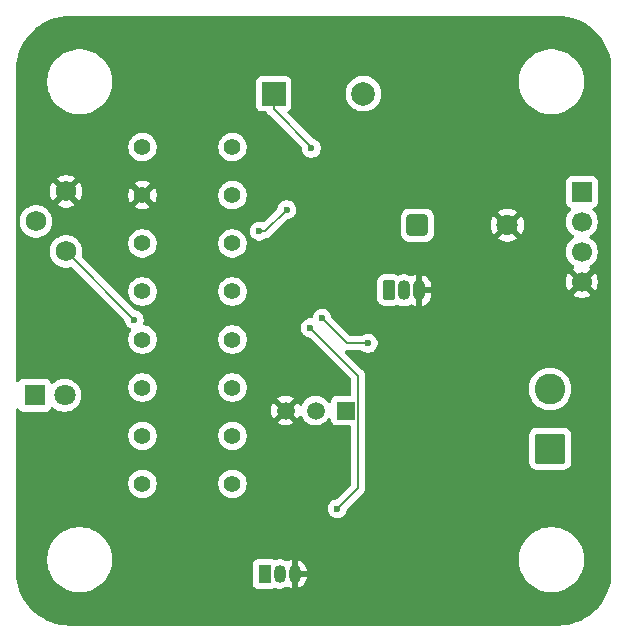
<source format=gbr>
%TF.GenerationSoftware,KiCad,Pcbnew,9.0.6*%
%TF.CreationDate,2025-12-24T19:30:20-05:00*%
%TF.ProjectId,tmp36 circuit,746d7033-3620-4636-9972-637569742e6b,rev?*%
%TF.SameCoordinates,Original*%
%TF.FileFunction,Copper,L2,Bot*%
%TF.FilePolarity,Positive*%
%FSLAX46Y46*%
G04 Gerber Fmt 4.6, Leading zero omitted, Abs format (unit mm)*
G04 Created by KiCad (PCBNEW 9.0.6) date 2025-12-24 19:30:20*
%MOMM*%
%LPD*%
G01*
G04 APERTURE LIST*
G04 Aperture macros list*
%AMRoundRect*
0 Rectangle with rounded corners*
0 $1 Rounding radius*
0 $2 $3 $4 $5 $6 $7 $8 $9 X,Y pos of 4 corners*
0 Add a 4 corners polygon primitive as box body*
4,1,4,$2,$3,$4,$5,$6,$7,$8,$9,$2,$3,0*
0 Add four circle primitives for the rounded corners*
1,1,$1+$1,$2,$3*
1,1,$1+$1,$4,$5*
1,1,$1+$1,$6,$7*
1,1,$1+$1,$8,$9*
0 Add four rect primitives between the rounded corners*
20,1,$1+$1,$2,$3,$4,$5,0*
20,1,$1+$1,$4,$5,$6,$7,0*
20,1,$1+$1,$6,$7,$8,$9,0*
20,1,$1+$1,$8,$9,$2,$3,0*%
G04 Aperture macros list end*
%TA.AperFunction,ComponentPad*%
%ADD10C,1.700000*%
%TD*%
%TA.AperFunction,ComponentPad*%
%ADD11R,1.700000X1.700000*%
%TD*%
%TA.AperFunction,ComponentPad*%
%ADD12C,1.400000*%
%TD*%
%TA.AperFunction,ComponentPad*%
%ADD13RoundRect,0.250000X1.050000X-1.050000X1.050000X1.050000X-1.050000X1.050000X-1.050000X-1.050000X0*%
%TD*%
%TA.AperFunction,ComponentPad*%
%ADD14C,2.600000*%
%TD*%
%TA.AperFunction,ComponentPad*%
%ADD15RoundRect,0.250000X-0.650000X-0.650000X0.650000X-0.650000X0.650000X0.650000X-0.650000X0.650000X0*%
%TD*%
%TA.AperFunction,ComponentPad*%
%ADD16C,1.800000*%
%TD*%
%TA.AperFunction,ComponentPad*%
%ADD17R,1.800000X1.800000*%
%TD*%
%TA.AperFunction,ComponentPad*%
%ADD18RoundRect,0.250000X0.275000X0.600000X-0.275000X0.600000X-0.275000X-0.600000X0.275000X-0.600000X0*%
%TD*%
%TA.AperFunction,ComponentPad*%
%ADD19O,1.050000X1.700000*%
%TD*%
%TA.AperFunction,ComponentPad*%
%ADD20R,1.500000X1.500000*%
%TD*%
%TA.AperFunction,ComponentPad*%
%ADD21C,1.500000*%
%TD*%
%TA.AperFunction,ComponentPad*%
%ADD22R,1.050000X1.500000*%
%TD*%
%TA.AperFunction,ComponentPad*%
%ADD23O,1.050000X1.500000*%
%TD*%
%TA.AperFunction,ComponentPad*%
%ADD24R,2.000000X2.000000*%
%TD*%
%TA.AperFunction,ComponentPad*%
%ADD25C,2.000000*%
%TD*%
%TA.AperFunction,ComponentPad*%
%ADD26C,1.750000*%
%TD*%
%TA.AperFunction,ViaPad*%
%ADD27C,0.600000*%
%TD*%
%TA.AperFunction,Conductor*%
%ADD28C,0.200000*%
%TD*%
G04 APERTURE END LIST*
D10*
%TO.P,J1,4,Pin_4*%
%TO.N,GND*%
X172800000Y-87200000D03*
%TO.P,J1,3,Pin_3*%
%TO.N,+5V*%
X172800000Y-84660000D03*
%TO.P,J1,2,Pin_2*%
%TO.N,pot_out*%
X172800000Y-82120000D03*
D11*
%TO.P,J1,1,Pin_1*%
%TO.N,tmp36_out*%
X172800000Y-79580000D03*
%TD*%
D12*
%TO.P,R8,1*%
%TO.N,Net-(R8-Pad1)*%
X135590000Y-104300000D03*
%TO.P,R8,2*%
%TO.N,pot_out*%
X143210000Y-104300000D03*
%TD*%
D13*
%TO.P,M1,1,+*%
%TO.N,+5V*%
X170110000Y-101345000D03*
D14*
%TO.P,M1,2,-*%
%TO.N,Net-(D2-K)*%
X170110000Y-96265000D03*
%TD*%
D15*
%TO.P,D1,1,K*%
%TO.N,pot_out*%
X158880000Y-82400000D03*
D16*
%TO.P,D1,2,A*%
%TO.N,GND*%
X166500000Y-82400000D03*
%TD*%
D12*
%TO.P,R7,1*%
%TO.N,2out*%
X135590000Y-100228571D03*
%TO.P,R7,2*%
%TO.N,Net-(Q1-G)*%
X143210000Y-100228571D03*
%TD*%
%TO.P,R1,1*%
%TO.N,+5V*%
X135590000Y-75800000D03*
%TO.P,R1,2*%
%TO.N,vdr*%
X143210000Y-75800000D03*
%TD*%
%TO.P,R4,1*%
%TO.N,1out*%
X143210000Y-88014286D03*
%TO.P,R4,2*%
%TO.N,Net-(Q2-B)*%
X135590000Y-88014286D03*
%TD*%
D17*
%TO.P,D2,1,K*%
%TO.N,Net-(D2-K)*%
X126465000Y-96800000D03*
D16*
%TO.P,D2,2,A*%
%TO.N,Net-(D2-A)*%
X129005000Y-96800000D03*
%TD*%
D12*
%TO.P,R3,1*%
%TO.N,Net-(D2-A)*%
X135590000Y-83942857D03*
%TO.P,R3,2*%
%TO.N,+5V*%
X143210000Y-83942857D03*
%TD*%
%TO.P,R6,1*%
%TO.N,+5V*%
X135590000Y-96157143D03*
%TO.P,R6,2*%
%TO.N,2out*%
X143210000Y-96157143D03*
%TD*%
D18*
%TO.P,Q1,1,D*%
%TO.N,Net-(D2-K)*%
X156460000Y-87900000D03*
D19*
%TO.P,Q1,2,G*%
%TO.N,Net-(Q1-G)*%
X157730000Y-87900000D03*
%TO.P,Q1,3,S*%
%TO.N,GND*%
X159000000Y-87900000D03*
%TD*%
D12*
%TO.P,R5,1*%
%TO.N,+5V*%
X135590000Y-92085714D03*
%TO.P,R5,2*%
%TO.N,1out*%
X143210000Y-92085714D03*
%TD*%
D20*
%TO.P,Q2,1,C*%
%TO.N,Net-(BZ1--)*%
X152800000Y-98100000D03*
D21*
%TO.P,Q2,2,B*%
%TO.N,Net-(Q2-B)*%
X150260000Y-98100000D03*
%TO.P,Q2,3,E*%
%TO.N,GND*%
X147720000Y-98100000D03*
%TD*%
D22*
%TO.P,Q3,1,C*%
%TO.N,+5V*%
X145947500Y-111930000D03*
D23*
%TO.P,Q3,2,B*%
%TO.N,tmp36_out*%
X147217500Y-111930000D03*
%TO.P,Q3,3,E*%
%TO.N,GND*%
X148487500Y-111930000D03*
%TD*%
D12*
%TO.P,R2,1*%
%TO.N,vdr*%
X143210000Y-79871429D03*
%TO.P,R2,2*%
%TO.N,GND*%
X135590000Y-79871429D03*
%TD*%
D24*
%TO.P,BZ1,1,+*%
%TO.N,+5V*%
X146700000Y-71275000D03*
D25*
%TO.P,BZ1,2,-*%
%TO.N,Net-(BZ1--)*%
X154300000Y-71275000D03*
%TD*%
D26*
%TO.P,RV1,1,1*%
%TO.N,+5V*%
X129125000Y-84625000D03*
%TO.P,RV1,2,2*%
%TO.N,Net-(R8-Pad1)*%
X126585000Y-82085000D03*
%TO.P,RV1,3,3*%
%TO.N,GND*%
X129125000Y-79545000D03*
%TD*%
D27*
%TO.N,+5V*%
X147800000Y-81100000D03*
X145495021Y-82904979D03*
X149900000Y-75900000D03*
X134900000Y-90400000D03*
%TO.N,tmp36_out*%
X150800000Y-90300000D03*
X149800000Y-91100000D03*
X154700000Y-92400000D03*
X152100000Y-106400000D03*
%TD*%
D28*
%TO.N,+5V*%
X134900000Y-90400000D02*
X129125000Y-84625000D01*
X145495021Y-82904979D02*
X145995021Y-82904979D01*
X146700000Y-72600000D02*
X146700000Y-71275000D01*
X149900000Y-75800000D02*
X146700000Y-72600000D01*
X135590000Y-96210000D02*
X135590000Y-96157143D01*
X145995021Y-82904979D02*
X147800000Y-81100000D01*
X149900000Y-75900000D02*
X149900000Y-75800000D01*
%TO.N,tmp36_out*%
X150800000Y-90300000D02*
X152900000Y-92400000D01*
X153851000Y-95151000D02*
X149800000Y-91100000D01*
X153851000Y-104649000D02*
X153851000Y-95151000D01*
X152900000Y-92400000D02*
X154700000Y-92400000D01*
X152100000Y-106400000D02*
X153851000Y-104649000D01*
%TD*%
%TA.AperFunction,Conductor*%
%TO.N,GND*%
G36*
X170802702Y-64700617D02*
G01*
X171186771Y-64717386D01*
X171197506Y-64718326D01*
X171575971Y-64768152D01*
X171586597Y-64770025D01*
X171959284Y-64852648D01*
X171969710Y-64855442D01*
X172333765Y-64970227D01*
X172343911Y-64973920D01*
X172696578Y-65120000D01*
X172706369Y-65124566D01*
X173044942Y-65300816D01*
X173054310Y-65306224D01*
X173376244Y-65511318D01*
X173385105Y-65517523D01*
X173687930Y-65749889D01*
X173696217Y-65756843D01*
X173977635Y-66014715D01*
X173985284Y-66022364D01*
X174243156Y-66303782D01*
X174250110Y-66312069D01*
X174482476Y-66614894D01*
X174488681Y-66623755D01*
X174693775Y-66945689D01*
X174699183Y-66955057D01*
X174875430Y-67293623D01*
X174880002Y-67303427D01*
X175026075Y-67656078D01*
X175029775Y-67666244D01*
X175144554Y-68030278D01*
X175147354Y-68040727D01*
X175229971Y-68413389D01*
X175231849Y-68424042D01*
X175281671Y-68802473D01*
X175282614Y-68813249D01*
X175299382Y-69197297D01*
X175299500Y-69202706D01*
X175299500Y-111797293D01*
X175299382Y-111802702D01*
X175282614Y-112186750D01*
X175281671Y-112197526D01*
X175231849Y-112575957D01*
X175229971Y-112586610D01*
X175147354Y-112959272D01*
X175144554Y-112969721D01*
X175029775Y-113333755D01*
X175026075Y-113343921D01*
X174880002Y-113696572D01*
X174875430Y-113706376D01*
X174699183Y-114044942D01*
X174693775Y-114054310D01*
X174488681Y-114376244D01*
X174482476Y-114385105D01*
X174250110Y-114687930D01*
X174243156Y-114696217D01*
X173985284Y-114977635D01*
X173977635Y-114985284D01*
X173696217Y-115243156D01*
X173687930Y-115250110D01*
X173385105Y-115482476D01*
X173376244Y-115488681D01*
X173054310Y-115693775D01*
X173044942Y-115699183D01*
X172706376Y-115875430D01*
X172696572Y-115880002D01*
X172343921Y-116026075D01*
X172333755Y-116029775D01*
X171969721Y-116144554D01*
X171959272Y-116147354D01*
X171586610Y-116229971D01*
X171575957Y-116231849D01*
X171197526Y-116281671D01*
X171186750Y-116282614D01*
X170802703Y-116299382D01*
X170797294Y-116299500D01*
X129402706Y-116299500D01*
X129397297Y-116299382D01*
X129013249Y-116282614D01*
X129002473Y-116281671D01*
X128624042Y-116231849D01*
X128613389Y-116229971D01*
X128240727Y-116147354D01*
X128230278Y-116144554D01*
X127866244Y-116029775D01*
X127856078Y-116026075D01*
X127503427Y-115880002D01*
X127493623Y-115875430D01*
X127155057Y-115699183D01*
X127145689Y-115693775D01*
X126823755Y-115488681D01*
X126814894Y-115482476D01*
X126512069Y-115250110D01*
X126503782Y-115243156D01*
X126222364Y-114985284D01*
X126214715Y-114977635D01*
X125956843Y-114696217D01*
X125949889Y-114687930D01*
X125717523Y-114385105D01*
X125711318Y-114376244D01*
X125506224Y-114054310D01*
X125500816Y-114044942D01*
X125324569Y-113706376D01*
X125319997Y-113696572D01*
X125228426Y-113475500D01*
X125173920Y-113343911D01*
X125170224Y-113333755D01*
X125055442Y-112969710D01*
X125052648Y-112959284D01*
X124970025Y-112586597D01*
X124968152Y-112575971D01*
X124918326Y-112197506D01*
X124917386Y-112186771D01*
X124900618Y-111802702D01*
X124900500Y-111797293D01*
X124900500Y-110570528D01*
X127524500Y-110570528D01*
X127524500Y-110879471D01*
X127559086Y-111186437D01*
X127559089Y-111186455D01*
X127627831Y-111487635D01*
X127627835Y-111487647D01*
X127729862Y-111779222D01*
X127729868Y-111779236D01*
X127863903Y-112057562D01*
X127863905Y-112057565D01*
X128028265Y-112319143D01*
X128220880Y-112560674D01*
X128439326Y-112779120D01*
X128680857Y-112971735D01*
X128942435Y-113136095D01*
X129220771Y-113270135D01*
X129220777Y-113270137D01*
X129512352Y-113372164D01*
X129512364Y-113372168D01*
X129813548Y-113440911D01*
X129813554Y-113440911D01*
X129813562Y-113440913D01*
X130018206Y-113463970D01*
X130120529Y-113475499D01*
X130120532Y-113475500D01*
X130120535Y-113475500D01*
X130429468Y-113475500D01*
X130429469Y-113475499D01*
X130586356Y-113457822D01*
X130736437Y-113440913D01*
X130736442Y-113440912D01*
X130736452Y-113440911D01*
X131037636Y-113372168D01*
X131329229Y-113270135D01*
X131607565Y-113136095D01*
X131869143Y-112971735D01*
X132110674Y-112779120D01*
X132329120Y-112560674D01*
X132521735Y-112319143D01*
X132686095Y-112057565D01*
X132820135Y-111779229D01*
X132922168Y-111487636D01*
X132990911Y-111186452D01*
X132997031Y-111132135D01*
X144922000Y-111132135D01*
X144922000Y-112727870D01*
X144922001Y-112727876D01*
X144928408Y-112787483D01*
X144978702Y-112922328D01*
X144978706Y-112922335D01*
X145064952Y-113037544D01*
X145064955Y-113037547D01*
X145180164Y-113123793D01*
X145180171Y-113123797D01*
X145315017Y-113174091D01*
X145315016Y-113174091D01*
X145321944Y-113174835D01*
X145374627Y-113180500D01*
X146520372Y-113180499D01*
X146579983Y-113174091D01*
X146714831Y-113123796D01*
X146715930Y-113122972D01*
X146717217Y-113122492D01*
X146722612Y-113119547D01*
X146723035Y-113120322D01*
X146781387Y-113098552D01*
X146837698Y-113107673D01*
X146918373Y-113141091D01*
X147084277Y-113174091D01*
X147116492Y-113180499D01*
X147116496Y-113180500D01*
X147116497Y-113180500D01*
X147318504Y-113180500D01*
X147318505Y-113180499D01*
X147516627Y-113141091D01*
X147703256Y-113063786D01*
X147784062Y-113009792D01*
X147850734Y-112988917D01*
X147918114Y-113007401D01*
X147921840Y-113009795D01*
X148001979Y-113063343D01*
X148001986Y-113063347D01*
X148188516Y-113140609D01*
X148188525Y-113140612D01*
X148237500Y-113150353D01*
X148237500Y-112295865D01*
X148237567Y-112291789D01*
X148237900Y-112281638D01*
X148243000Y-112256003D01*
X148243000Y-112215830D01*
X148257245Y-112230075D01*
X148342755Y-112279444D01*
X148438130Y-112305000D01*
X148536870Y-112305000D01*
X148632245Y-112279444D01*
X148717755Y-112230075D01*
X148737500Y-112210330D01*
X148737500Y-113150352D01*
X148786474Y-113140612D01*
X148786483Y-113140609D01*
X148973013Y-113063347D01*
X148973026Y-113063340D01*
X149140899Y-112951170D01*
X149140903Y-112951167D01*
X149283667Y-112808403D01*
X149283670Y-112808399D01*
X149395840Y-112640526D01*
X149395847Y-112640513D01*
X149473109Y-112453983D01*
X149473112Y-112453974D01*
X149512499Y-112255958D01*
X149512500Y-112255955D01*
X149512500Y-112180000D01*
X148767830Y-112180000D01*
X148787575Y-112160255D01*
X148836944Y-112074745D01*
X148862500Y-111979370D01*
X148862500Y-111880630D01*
X148836944Y-111785255D01*
X148787575Y-111699745D01*
X148767830Y-111680000D01*
X149512500Y-111680000D01*
X149512500Y-111604045D01*
X149512499Y-111604041D01*
X149473112Y-111406025D01*
X149473109Y-111406016D01*
X149395847Y-111219486D01*
X149395840Y-111219473D01*
X149283670Y-111051600D01*
X149283667Y-111051596D01*
X149140903Y-110908832D01*
X149140899Y-110908829D01*
X148973026Y-110796659D01*
X148973013Y-110796652D01*
X148786484Y-110719390D01*
X148786477Y-110719388D01*
X148737500Y-110709645D01*
X148737500Y-111649670D01*
X148717755Y-111629925D01*
X148632245Y-111580556D01*
X148536870Y-111555000D01*
X148438130Y-111555000D01*
X148342755Y-111580556D01*
X148257245Y-111629925D01*
X148243000Y-111644170D01*
X148243000Y-111603997D01*
X148239883Y-111588326D01*
X148237500Y-111564134D01*
X148237500Y-110709646D01*
X148237499Y-110709645D01*
X148188522Y-110719388D01*
X148188515Y-110719390D01*
X148001981Y-110796654D01*
X148001979Y-110796655D01*
X147921837Y-110850204D01*
X147855160Y-110871081D01*
X147787780Y-110852596D01*
X147784058Y-110850204D01*
X147703254Y-110796212D01*
X147516627Y-110718909D01*
X147516619Y-110718907D01*
X147364622Y-110688673D01*
X147318507Y-110679500D01*
X147318503Y-110679500D01*
X147116497Y-110679500D01*
X147116492Y-110679500D01*
X146918380Y-110718907D01*
X146918368Y-110718910D01*
X146837698Y-110752325D01*
X146768229Y-110759794D01*
X146722842Y-110740036D01*
X146722614Y-110740454D01*
X146717947Y-110737905D01*
X146715932Y-110737028D01*
X146714831Y-110736204D01*
X146714830Y-110736203D01*
X146714828Y-110736202D01*
X146579982Y-110685908D01*
X146579983Y-110685908D01*
X146520383Y-110679501D01*
X146520381Y-110679500D01*
X146520373Y-110679500D01*
X146520364Y-110679500D01*
X145374629Y-110679500D01*
X145374623Y-110679501D01*
X145315016Y-110685908D01*
X145180171Y-110736202D01*
X145180164Y-110736206D01*
X145064955Y-110822452D01*
X145064952Y-110822455D01*
X144978706Y-110937664D01*
X144978702Y-110937671D01*
X144928408Y-111072517D01*
X144922001Y-111132116D01*
X144922000Y-111132135D01*
X132997031Y-111132135D01*
X132997033Y-111132116D01*
X132998971Y-111114922D01*
X132998971Y-111114921D01*
X133018942Y-110937669D01*
X133025500Y-110879465D01*
X133025500Y-110570535D01*
X133025499Y-110570528D01*
X167474500Y-110570528D01*
X167474500Y-110879471D01*
X167509086Y-111186437D01*
X167509089Y-111186455D01*
X167577831Y-111487635D01*
X167577835Y-111487647D01*
X167679862Y-111779222D01*
X167679868Y-111779236D01*
X167813903Y-112057562D01*
X167813905Y-112057565D01*
X167978265Y-112319143D01*
X168170880Y-112560674D01*
X168389326Y-112779120D01*
X168630857Y-112971735D01*
X168892435Y-113136095D01*
X169170771Y-113270135D01*
X169170777Y-113270137D01*
X169462352Y-113372164D01*
X169462364Y-113372168D01*
X169763548Y-113440911D01*
X169763554Y-113440911D01*
X169763562Y-113440913D01*
X169968206Y-113463970D01*
X170070529Y-113475499D01*
X170070532Y-113475500D01*
X170070535Y-113475500D01*
X170379468Y-113475500D01*
X170379469Y-113475499D01*
X170536356Y-113457822D01*
X170686437Y-113440913D01*
X170686442Y-113440912D01*
X170686452Y-113440911D01*
X170987636Y-113372168D01*
X171279229Y-113270135D01*
X171557565Y-113136095D01*
X171819143Y-112971735D01*
X172060674Y-112779120D01*
X172279120Y-112560674D01*
X172471735Y-112319143D01*
X172636095Y-112057565D01*
X172770135Y-111779229D01*
X172872168Y-111487636D01*
X172940911Y-111186452D01*
X172940912Y-111186442D01*
X172940913Y-111186437D01*
X172968942Y-110937669D01*
X172975500Y-110879465D01*
X172975500Y-110570535D01*
X172940911Y-110263548D01*
X172872168Y-109962364D01*
X172770135Y-109670771D01*
X172636095Y-109392435D01*
X172471735Y-109130857D01*
X172279120Y-108889326D01*
X172060674Y-108670880D01*
X171819143Y-108478265D01*
X171557565Y-108313905D01*
X171557562Y-108313903D01*
X171279236Y-108179868D01*
X171279222Y-108179862D01*
X170987647Y-108077835D01*
X170987635Y-108077831D01*
X170686455Y-108009089D01*
X170686437Y-108009086D01*
X170379471Y-107974500D01*
X170379465Y-107974500D01*
X170070535Y-107974500D01*
X170070528Y-107974500D01*
X169763562Y-108009086D01*
X169763544Y-108009089D01*
X169462364Y-108077831D01*
X169462352Y-108077835D01*
X169170777Y-108179862D01*
X169170763Y-108179868D01*
X168892437Y-108313903D01*
X168630858Y-108478264D01*
X168389326Y-108670879D01*
X168170879Y-108889326D01*
X167978264Y-109130858D01*
X167813903Y-109392437D01*
X167679868Y-109670763D01*
X167679862Y-109670777D01*
X167577835Y-109962352D01*
X167577831Y-109962364D01*
X167509089Y-110263544D01*
X167509086Y-110263562D01*
X167474500Y-110570528D01*
X133025499Y-110570528D01*
X132990911Y-110263548D01*
X132922168Y-109962364D01*
X132820135Y-109670771D01*
X132686095Y-109392435D01*
X132521735Y-109130857D01*
X132329120Y-108889326D01*
X132110674Y-108670880D01*
X131869143Y-108478265D01*
X131607565Y-108313905D01*
X131607562Y-108313903D01*
X131329236Y-108179868D01*
X131329222Y-108179862D01*
X131037647Y-108077835D01*
X131037635Y-108077831D01*
X130736455Y-108009089D01*
X130736437Y-108009086D01*
X130429471Y-107974500D01*
X130429465Y-107974500D01*
X130120535Y-107974500D01*
X130120528Y-107974500D01*
X129813562Y-108009086D01*
X129813544Y-108009089D01*
X129512364Y-108077831D01*
X129512352Y-108077835D01*
X129220777Y-108179862D01*
X129220763Y-108179868D01*
X128942437Y-108313903D01*
X128680858Y-108478264D01*
X128439326Y-108670879D01*
X128220879Y-108889326D01*
X128028264Y-109130858D01*
X127863903Y-109392437D01*
X127729868Y-109670763D01*
X127729862Y-109670777D01*
X127627835Y-109962352D01*
X127627831Y-109962364D01*
X127559089Y-110263544D01*
X127559086Y-110263562D01*
X127524500Y-110570528D01*
X124900500Y-110570528D01*
X124900500Y-104205513D01*
X134389500Y-104205513D01*
X134389500Y-104394486D01*
X134419059Y-104581118D01*
X134477454Y-104760836D01*
X134538572Y-104880785D01*
X134563240Y-104929199D01*
X134674310Y-105082073D01*
X134807927Y-105215690D01*
X134960801Y-105326760D01*
X135040347Y-105367290D01*
X135129163Y-105412545D01*
X135129165Y-105412545D01*
X135129168Y-105412547D01*
X135225497Y-105443846D01*
X135308881Y-105470940D01*
X135495514Y-105500500D01*
X135495519Y-105500500D01*
X135684486Y-105500500D01*
X135871118Y-105470940D01*
X136050832Y-105412547D01*
X136219199Y-105326760D01*
X136372073Y-105215690D01*
X136505690Y-105082073D01*
X136616760Y-104929199D01*
X136702547Y-104760832D01*
X136760940Y-104581118D01*
X136783832Y-104436584D01*
X136790500Y-104394486D01*
X136790500Y-104205513D01*
X142009500Y-104205513D01*
X142009500Y-104394486D01*
X142039059Y-104581118D01*
X142097454Y-104760836D01*
X142158572Y-104880785D01*
X142183240Y-104929199D01*
X142294310Y-105082073D01*
X142427927Y-105215690D01*
X142580801Y-105326760D01*
X142660347Y-105367290D01*
X142749163Y-105412545D01*
X142749165Y-105412545D01*
X142749168Y-105412547D01*
X142845497Y-105443846D01*
X142928881Y-105470940D01*
X143115514Y-105500500D01*
X143115519Y-105500500D01*
X143304486Y-105500500D01*
X143491118Y-105470940D01*
X143670832Y-105412547D01*
X143839199Y-105326760D01*
X143992073Y-105215690D01*
X144125690Y-105082073D01*
X144236760Y-104929199D01*
X144322547Y-104760832D01*
X144380940Y-104581118D01*
X144403832Y-104436584D01*
X144410500Y-104394486D01*
X144410500Y-104205513D01*
X144380940Y-104018881D01*
X144322545Y-103839163D01*
X144236759Y-103670800D01*
X144125690Y-103517927D01*
X143992073Y-103384310D01*
X143839199Y-103273240D01*
X143670836Y-103187454D01*
X143491118Y-103129059D01*
X143304486Y-103099500D01*
X143304481Y-103099500D01*
X143115519Y-103099500D01*
X143115514Y-103099500D01*
X142928881Y-103129059D01*
X142749163Y-103187454D01*
X142580800Y-103273240D01*
X142493579Y-103336610D01*
X142427927Y-103384310D01*
X142427925Y-103384312D01*
X142427924Y-103384312D01*
X142294312Y-103517924D01*
X142294312Y-103517925D01*
X142294310Y-103517927D01*
X142246610Y-103583579D01*
X142183240Y-103670800D01*
X142097454Y-103839163D01*
X142039059Y-104018881D01*
X142009500Y-104205513D01*
X136790500Y-104205513D01*
X136760940Y-104018881D01*
X136702545Y-103839163D01*
X136616759Y-103670800D01*
X136505690Y-103517927D01*
X136372073Y-103384310D01*
X136219199Y-103273240D01*
X136050836Y-103187454D01*
X135871118Y-103129059D01*
X135684486Y-103099500D01*
X135684481Y-103099500D01*
X135495519Y-103099500D01*
X135495514Y-103099500D01*
X135308881Y-103129059D01*
X135129163Y-103187454D01*
X134960800Y-103273240D01*
X134873579Y-103336610D01*
X134807927Y-103384310D01*
X134807925Y-103384312D01*
X134807924Y-103384312D01*
X134674312Y-103517924D01*
X134674312Y-103517925D01*
X134674310Y-103517927D01*
X134626610Y-103583579D01*
X134563240Y-103670800D01*
X134477454Y-103839163D01*
X134419059Y-104018881D01*
X134389500Y-104205513D01*
X124900500Y-104205513D01*
X124900500Y-100134084D01*
X134389500Y-100134084D01*
X134389500Y-100323057D01*
X134419059Y-100509689D01*
X134477454Y-100689407D01*
X134563240Y-100857770D01*
X134674310Y-101010644D01*
X134807927Y-101144261D01*
X134960801Y-101255331D01*
X135040347Y-101295861D01*
X135129163Y-101341116D01*
X135129165Y-101341116D01*
X135129168Y-101341118D01*
X135225497Y-101372417D01*
X135308881Y-101399511D01*
X135495514Y-101429071D01*
X135495519Y-101429071D01*
X135684486Y-101429071D01*
X135871118Y-101399511D01*
X136050832Y-101341118D01*
X136219199Y-101255331D01*
X136372073Y-101144261D01*
X136505690Y-101010644D01*
X136616760Y-100857770D01*
X136702547Y-100689403D01*
X136760940Y-100509689D01*
X136790500Y-100323057D01*
X136790500Y-100134084D01*
X142009500Y-100134084D01*
X142009500Y-100323057D01*
X142039059Y-100509689D01*
X142097454Y-100689407D01*
X142183240Y-100857770D01*
X142294310Y-101010644D01*
X142427927Y-101144261D01*
X142580801Y-101255331D01*
X142660347Y-101295861D01*
X142749163Y-101341116D01*
X142749165Y-101341116D01*
X142749168Y-101341118D01*
X142845497Y-101372417D01*
X142928881Y-101399511D01*
X143115514Y-101429071D01*
X143115519Y-101429071D01*
X143304486Y-101429071D01*
X143491118Y-101399511D01*
X143670832Y-101341118D01*
X143839199Y-101255331D01*
X143992073Y-101144261D01*
X144125690Y-101010644D01*
X144236760Y-100857770D01*
X144322547Y-100689403D01*
X144380940Y-100509689D01*
X144410500Y-100323057D01*
X144410500Y-100134084D01*
X144380940Y-99947452D01*
X144322545Y-99767734D01*
X144277290Y-99678918D01*
X144236760Y-99599372D01*
X144125690Y-99446498D01*
X143992073Y-99312881D01*
X143839199Y-99201811D01*
X143670836Y-99116025D01*
X143491118Y-99057630D01*
X143304486Y-99028071D01*
X143304481Y-99028071D01*
X143115519Y-99028071D01*
X143115514Y-99028071D01*
X142928881Y-99057630D01*
X142749163Y-99116025D01*
X142580800Y-99201811D01*
X142502250Y-99258882D01*
X142427927Y-99312881D01*
X142427925Y-99312883D01*
X142427924Y-99312883D01*
X142294312Y-99446495D01*
X142294312Y-99446496D01*
X142294310Y-99446498D01*
X142273966Y-99474499D01*
X142183240Y-99599371D01*
X142097454Y-99767734D01*
X142039059Y-99947452D01*
X142009500Y-100134084D01*
X136790500Y-100134084D01*
X136760940Y-99947452D01*
X136702545Y-99767734D01*
X136657290Y-99678918D01*
X136616760Y-99599372D01*
X136505690Y-99446498D01*
X136372073Y-99312881D01*
X136219199Y-99201811D01*
X136050836Y-99116025D01*
X135871118Y-99057630D01*
X135684486Y-99028071D01*
X135684481Y-99028071D01*
X135495519Y-99028071D01*
X135495514Y-99028071D01*
X135308881Y-99057630D01*
X135129163Y-99116025D01*
X134960800Y-99201811D01*
X134882250Y-99258882D01*
X134807927Y-99312881D01*
X134807925Y-99312883D01*
X134807924Y-99312883D01*
X134674312Y-99446495D01*
X134674312Y-99446496D01*
X134674310Y-99446498D01*
X134653966Y-99474499D01*
X134563240Y-99599371D01*
X134477454Y-99767734D01*
X134419059Y-99947452D01*
X134389500Y-100134084D01*
X124900500Y-100134084D01*
X124900500Y-98020065D01*
X124920185Y-97953026D01*
X124972989Y-97907271D01*
X125042147Y-97897327D01*
X125105703Y-97926352D01*
X125123764Y-97945751D01*
X125207454Y-98057546D01*
X125253643Y-98092123D01*
X125322664Y-98143793D01*
X125322671Y-98143797D01*
X125457517Y-98194091D01*
X125457516Y-98194091D01*
X125464444Y-98194835D01*
X125517127Y-98200500D01*
X127412872Y-98200499D01*
X127472483Y-98194091D01*
X127607331Y-98143796D01*
X127722546Y-98057546D01*
X127808796Y-97942331D01*
X127821873Y-97907271D01*
X127838601Y-97862420D01*
X127880471Y-97806486D01*
X127945936Y-97782068D01*
X128014209Y-97796919D01*
X128042464Y-97818071D01*
X128092636Y-97868243D01*
X128092641Y-97868247D01*
X128209331Y-97953026D01*
X128270978Y-97997815D01*
X128399375Y-98063237D01*
X128467393Y-98097895D01*
X128467396Y-98097896D01*
X128572221Y-98131955D01*
X128677049Y-98166015D01*
X128894778Y-98200500D01*
X128894779Y-98200500D01*
X129115221Y-98200500D01*
X129115222Y-98200500D01*
X129332951Y-98166015D01*
X129542606Y-98097895D01*
X129731560Y-98001617D01*
X146470000Y-98001617D01*
X146470000Y-98198382D01*
X146500778Y-98392705D01*
X146561581Y-98579835D01*
X146650905Y-98755145D01*
X146676319Y-98790125D01*
X146676320Y-98790125D01*
X147320000Y-98146445D01*
X147320000Y-98152661D01*
X147347259Y-98254394D01*
X147399920Y-98345606D01*
X147474394Y-98420080D01*
X147565606Y-98472741D01*
X147667339Y-98500000D01*
X147673553Y-98500000D01*
X147029873Y-99143677D01*
X147029873Y-99143678D01*
X147064858Y-99169096D01*
X147240164Y-99258418D01*
X147427294Y-99319221D01*
X147621618Y-99350000D01*
X147818382Y-99350000D01*
X148012705Y-99319221D01*
X148199835Y-99258418D01*
X148375143Y-99169095D01*
X148410125Y-99143678D01*
X148410126Y-99143678D01*
X147766448Y-98500000D01*
X147772661Y-98500000D01*
X147874394Y-98472741D01*
X147965606Y-98420080D01*
X148040080Y-98345606D01*
X148092741Y-98254394D01*
X148120000Y-98152661D01*
X148120000Y-98146448D01*
X148763678Y-98790126D01*
X148763678Y-98790125D01*
X148789097Y-98755141D01*
X148879234Y-98578236D01*
X148927208Y-98527439D01*
X148995029Y-98510644D01*
X149061164Y-98533181D01*
X149100204Y-98578235D01*
X149101115Y-98580024D01*
X149101116Y-98580025D01*
X149190476Y-98755405D01*
X149306172Y-98914646D01*
X149445354Y-99053828D01*
X149604595Y-99169524D01*
X149667962Y-99201811D01*
X149779970Y-99258882D01*
X149779972Y-99258882D01*
X149779975Y-99258884D01*
X149880317Y-99291487D01*
X149967173Y-99319709D01*
X150161578Y-99350500D01*
X150161583Y-99350500D01*
X150358422Y-99350500D01*
X150552826Y-99319709D01*
X150632574Y-99293797D01*
X150740025Y-99258884D01*
X150915405Y-99169524D01*
X151074646Y-99053828D01*
X151213828Y-98914646D01*
X151325184Y-98761378D01*
X151380512Y-98718714D01*
X151450125Y-98712735D01*
X151511920Y-98745341D01*
X151546277Y-98806179D01*
X151549500Y-98834263D01*
X151549500Y-98897869D01*
X151549501Y-98897876D01*
X151555908Y-98957483D01*
X151606202Y-99092328D01*
X151606206Y-99092335D01*
X151692452Y-99207544D01*
X151692455Y-99207547D01*
X151807664Y-99293793D01*
X151807671Y-99293797D01*
X151942517Y-99344091D01*
X151942516Y-99344091D01*
X151949444Y-99344835D01*
X152002127Y-99350500D01*
X153126500Y-99350499D01*
X153193539Y-99370184D01*
X153239294Y-99422987D01*
X153250500Y-99474499D01*
X153250500Y-104348903D01*
X153230815Y-104415942D01*
X153214181Y-104436584D01*
X152085339Y-105565425D01*
X152024016Y-105598910D01*
X152021850Y-105599361D01*
X151866508Y-105630261D01*
X151866498Y-105630264D01*
X151720827Y-105690602D01*
X151720814Y-105690609D01*
X151589711Y-105778210D01*
X151589707Y-105778213D01*
X151478213Y-105889707D01*
X151478210Y-105889711D01*
X151390609Y-106020814D01*
X151390602Y-106020827D01*
X151330264Y-106166498D01*
X151330261Y-106166510D01*
X151299500Y-106321153D01*
X151299500Y-106478846D01*
X151330261Y-106633489D01*
X151330264Y-106633501D01*
X151390602Y-106779172D01*
X151390609Y-106779185D01*
X151478210Y-106910288D01*
X151478213Y-106910292D01*
X151589707Y-107021786D01*
X151589711Y-107021789D01*
X151720814Y-107109390D01*
X151720827Y-107109397D01*
X151866498Y-107169735D01*
X151866503Y-107169737D01*
X152021153Y-107200499D01*
X152021156Y-107200500D01*
X152021158Y-107200500D01*
X152178844Y-107200500D01*
X152178845Y-107200499D01*
X152333497Y-107169737D01*
X152479179Y-107109394D01*
X152610289Y-107021789D01*
X152721789Y-106910289D01*
X152809394Y-106779179D01*
X152869737Y-106633497D01*
X152889113Y-106536085D01*
X152900638Y-106478150D01*
X152933023Y-106416239D01*
X152934520Y-106414714D01*
X154209506Y-105139727D01*
X154209511Y-105139724D01*
X154219714Y-105129520D01*
X154219716Y-105129520D01*
X154331520Y-105017716D01*
X154334945Y-105011783D01*
X154382625Y-104929200D01*
X154382625Y-104929199D01*
X154410577Y-104880785D01*
X154451501Y-104728057D01*
X154451501Y-104569943D01*
X154451501Y-104562348D01*
X154451500Y-104562330D01*
X154451500Y-100244983D01*
X168309500Y-100244983D01*
X168309500Y-102445001D01*
X168309501Y-102445018D01*
X168320000Y-102547796D01*
X168320001Y-102547799D01*
X168375185Y-102714331D01*
X168375186Y-102714334D01*
X168467288Y-102863656D01*
X168591344Y-102987712D01*
X168740666Y-103079814D01*
X168907203Y-103134999D01*
X169009991Y-103145500D01*
X171210008Y-103145499D01*
X171312797Y-103134999D01*
X171479334Y-103079814D01*
X171628656Y-102987712D01*
X171752712Y-102863656D01*
X171844814Y-102714334D01*
X171899999Y-102547797D01*
X171910500Y-102445009D01*
X171910499Y-100244992D01*
X171899999Y-100142203D01*
X171844814Y-99975666D01*
X171752712Y-99826344D01*
X171628656Y-99702288D01*
X171479334Y-99610186D01*
X171312797Y-99555001D01*
X171312795Y-99555000D01*
X171210010Y-99544500D01*
X169009998Y-99544500D01*
X169009981Y-99544501D01*
X168907203Y-99555000D01*
X168907200Y-99555001D01*
X168740668Y-99610185D01*
X168740663Y-99610187D01*
X168591342Y-99702289D01*
X168467289Y-99826342D01*
X168375187Y-99975663D01*
X168375186Y-99975666D01*
X168320001Y-100142203D01*
X168320001Y-100142204D01*
X168320000Y-100142204D01*
X168309500Y-100244983D01*
X154451500Y-100244983D01*
X154451500Y-96146995D01*
X168309500Y-96146995D01*
X168309500Y-96383004D01*
X168309501Y-96383020D01*
X168340306Y-96617010D01*
X168401394Y-96844993D01*
X168491714Y-97063045D01*
X168491719Y-97063056D01*
X168539707Y-97146172D01*
X168609727Y-97267450D01*
X168609729Y-97267453D01*
X168609730Y-97267454D01*
X168753406Y-97454697D01*
X168753412Y-97454704D01*
X168920295Y-97621587D01*
X168920301Y-97621592D01*
X169107550Y-97765273D01*
X169198999Y-97818071D01*
X169311943Y-97883280D01*
X169311948Y-97883282D01*
X169311951Y-97883284D01*
X169530007Y-97973606D01*
X169757986Y-98034693D01*
X169991989Y-98065500D01*
X169991996Y-98065500D01*
X170228004Y-98065500D01*
X170228011Y-98065500D01*
X170462014Y-98034693D01*
X170689993Y-97973606D01*
X170908049Y-97883284D01*
X171112450Y-97765273D01*
X171299699Y-97621592D01*
X171466592Y-97454699D01*
X171610273Y-97267450D01*
X171728284Y-97063049D01*
X171818606Y-96844993D01*
X171879693Y-96617014D01*
X171910500Y-96383011D01*
X171910500Y-96146989D01*
X171879693Y-95912986D01*
X171818606Y-95685007D01*
X171728284Y-95466951D01*
X171728282Y-95466948D01*
X171728280Y-95466943D01*
X171668508Y-95363416D01*
X171610273Y-95262550D01*
X171466592Y-95075301D01*
X171466587Y-95075295D01*
X171299704Y-94908412D01*
X171299697Y-94908406D01*
X171112454Y-94764730D01*
X171112453Y-94764729D01*
X171112450Y-94764727D01*
X171030957Y-94717677D01*
X170908056Y-94646719D01*
X170908045Y-94646714D01*
X170689993Y-94556394D01*
X170462010Y-94495306D01*
X170228020Y-94464501D01*
X170228017Y-94464500D01*
X170228011Y-94464500D01*
X169991989Y-94464500D01*
X169991983Y-94464500D01*
X169991979Y-94464501D01*
X169757989Y-94495306D01*
X169530006Y-94556394D01*
X169311954Y-94646714D01*
X169311943Y-94646719D01*
X169107545Y-94764730D01*
X168920302Y-94908406D01*
X168920295Y-94908412D01*
X168753412Y-95075295D01*
X168753406Y-95075302D01*
X168609730Y-95262545D01*
X168491719Y-95466943D01*
X168491714Y-95466954D01*
X168401394Y-95685006D01*
X168340306Y-95912989D01*
X168309501Y-96146979D01*
X168309500Y-96146995D01*
X154451500Y-96146995D01*
X154451500Y-95071945D01*
X154451500Y-95071943D01*
X154410577Y-94919216D01*
X154410577Y-94919215D01*
X154410577Y-94919214D01*
X154381639Y-94869095D01*
X154381637Y-94869092D01*
X154331520Y-94782284D01*
X154219716Y-94670480D01*
X154219715Y-94670479D01*
X154215385Y-94666149D01*
X154215374Y-94666139D01*
X152761416Y-93212181D01*
X152727931Y-93150858D01*
X152732915Y-93081166D01*
X152774787Y-93025233D01*
X152840251Y-93000816D01*
X152849097Y-93000500D01*
X154120234Y-93000500D01*
X154187273Y-93020185D01*
X154189125Y-93021398D01*
X154320814Y-93109390D01*
X154320827Y-93109397D01*
X154466498Y-93169735D01*
X154466503Y-93169737D01*
X154609892Y-93198259D01*
X154621153Y-93200499D01*
X154621156Y-93200500D01*
X154621158Y-93200500D01*
X154778844Y-93200500D01*
X154778845Y-93200499D01*
X154933497Y-93169737D01*
X155079179Y-93109394D01*
X155210289Y-93021789D01*
X155321789Y-92910289D01*
X155409394Y-92779179D01*
X155469737Y-92633497D01*
X155500500Y-92478842D01*
X155500500Y-92321158D01*
X155500500Y-92321155D01*
X155500499Y-92321153D01*
X155469737Y-92166503D01*
X155469735Y-92166498D01*
X155409397Y-92020827D01*
X155409390Y-92020814D01*
X155321789Y-91889711D01*
X155321786Y-91889707D01*
X155210292Y-91778213D01*
X155210288Y-91778210D01*
X155079185Y-91690609D01*
X155079172Y-91690602D01*
X154933501Y-91630264D01*
X154933489Y-91630261D01*
X154778845Y-91599500D01*
X154778842Y-91599500D01*
X154621158Y-91599500D01*
X154621155Y-91599500D01*
X154466510Y-91630261D01*
X154466498Y-91630264D01*
X154320827Y-91690602D01*
X154320814Y-91690609D01*
X154189125Y-91778602D01*
X154122447Y-91799480D01*
X154120234Y-91799500D01*
X153200097Y-91799500D01*
X153133058Y-91779815D01*
X153112416Y-91763181D01*
X151634574Y-90285339D01*
X151601089Y-90224016D01*
X151600638Y-90221849D01*
X151569738Y-90066510D01*
X151569738Y-90066508D01*
X151569737Y-90066503D01*
X151550812Y-90020814D01*
X151509397Y-89920827D01*
X151509390Y-89920814D01*
X151421789Y-89789711D01*
X151421786Y-89789707D01*
X151310292Y-89678213D01*
X151310288Y-89678210D01*
X151179185Y-89590609D01*
X151179172Y-89590602D01*
X151033501Y-89530264D01*
X151033489Y-89530261D01*
X150878845Y-89499500D01*
X150878842Y-89499500D01*
X150721158Y-89499500D01*
X150721155Y-89499500D01*
X150566510Y-89530261D01*
X150566498Y-89530264D01*
X150420827Y-89590602D01*
X150420814Y-89590609D01*
X150289711Y-89678210D01*
X150289707Y-89678213D01*
X150178213Y-89789707D01*
X150178210Y-89789711D01*
X150090609Y-89920814D01*
X150090602Y-89920827D01*
X150030264Y-90066498D01*
X150030261Y-90066508D01*
X150003769Y-90199692D01*
X149971384Y-90261603D01*
X149910668Y-90296177D01*
X149882152Y-90299500D01*
X149721155Y-90299500D01*
X149566510Y-90330261D01*
X149566498Y-90330264D01*
X149420827Y-90390602D01*
X149420814Y-90390609D01*
X149289711Y-90478210D01*
X149289707Y-90478213D01*
X149178213Y-90589707D01*
X149178210Y-90589711D01*
X149090609Y-90720814D01*
X149090602Y-90720827D01*
X149030264Y-90866498D01*
X149030261Y-90866510D01*
X148999500Y-91021153D01*
X148999500Y-91178846D01*
X149030261Y-91333489D01*
X149030264Y-91333501D01*
X149090602Y-91479172D01*
X149090609Y-91479185D01*
X149178210Y-91610288D01*
X149178213Y-91610292D01*
X149289707Y-91721786D01*
X149289711Y-91721789D01*
X149420814Y-91809390D01*
X149420827Y-91809397D01*
X149566498Y-91869735D01*
X149566503Y-91869737D01*
X149631147Y-91882595D01*
X149721849Y-91900638D01*
X149783760Y-91933023D01*
X149785339Y-91934574D01*
X153214181Y-95363416D01*
X153247666Y-95424739D01*
X153250500Y-95451097D01*
X153250500Y-96725500D01*
X153230815Y-96792539D01*
X153178011Y-96838294D01*
X153126500Y-96849500D01*
X152002129Y-96849500D01*
X152002123Y-96849501D01*
X151942516Y-96855908D01*
X151807671Y-96906202D01*
X151807664Y-96906206D01*
X151692455Y-96992452D01*
X151692452Y-96992455D01*
X151606206Y-97107664D01*
X151606202Y-97107671D01*
X151555908Y-97242517D01*
X151549501Y-97302116D01*
X151549500Y-97302135D01*
X151549500Y-97365732D01*
X151529815Y-97432771D01*
X151477011Y-97478526D01*
X151407853Y-97488470D01*
X151344297Y-97459445D01*
X151325182Y-97438618D01*
X151266349Y-97357643D01*
X151213828Y-97285354D01*
X151074646Y-97146172D01*
X150915405Y-97030476D01*
X150886794Y-97015898D01*
X150740029Y-96941117D01*
X150552826Y-96880290D01*
X150358422Y-96849500D01*
X150358417Y-96849500D01*
X150161583Y-96849500D01*
X150161578Y-96849500D01*
X149967173Y-96880290D01*
X149779970Y-96941117D01*
X149604594Y-97030476D01*
X149546300Y-97072830D01*
X149445354Y-97146172D01*
X149445352Y-97146174D01*
X149445351Y-97146174D01*
X149306174Y-97285351D01*
X149306174Y-97285352D01*
X149306172Y-97285354D01*
X149256485Y-97353741D01*
X149190476Y-97444594D01*
X149100204Y-97621764D01*
X149052229Y-97672560D01*
X148984408Y-97689355D01*
X148918274Y-97666818D01*
X148879234Y-97621764D01*
X148789096Y-97444858D01*
X148763678Y-97409873D01*
X148763677Y-97409873D01*
X148120000Y-98053551D01*
X148120000Y-98047339D01*
X148092741Y-97945606D01*
X148040080Y-97854394D01*
X147965606Y-97779920D01*
X147874394Y-97727259D01*
X147772661Y-97700000D01*
X147766447Y-97700000D01*
X148410125Y-97056320D01*
X148410125Y-97056319D01*
X148375145Y-97030905D01*
X148199835Y-96941581D01*
X148012705Y-96880778D01*
X147818382Y-96850000D01*
X147621618Y-96850000D01*
X147427294Y-96880778D01*
X147240161Y-96941582D01*
X147064863Y-97030899D01*
X147064859Y-97030902D01*
X147029873Y-97056320D01*
X147029872Y-97056320D01*
X147673554Y-97700000D01*
X147667339Y-97700000D01*
X147565606Y-97727259D01*
X147474394Y-97779920D01*
X147399920Y-97854394D01*
X147347259Y-97945606D01*
X147320000Y-98047339D01*
X147320000Y-98053552D01*
X146676320Y-97409872D01*
X146676320Y-97409873D01*
X146650902Y-97444859D01*
X146650899Y-97444863D01*
X146561582Y-97620161D01*
X146500778Y-97807294D01*
X146470000Y-98001617D01*
X129731560Y-98001617D01*
X129739022Y-97997815D01*
X129877333Y-97897327D01*
X129878564Y-97896433D01*
X129878565Y-97896432D01*
X129917361Y-97868245D01*
X129917361Y-97868244D01*
X129917365Y-97868242D01*
X130073242Y-97712365D01*
X130202815Y-97534022D01*
X130302895Y-97337606D01*
X130371015Y-97127951D01*
X130405500Y-96910222D01*
X130405500Y-96689778D01*
X130371015Y-96472049D01*
X130302895Y-96262394D01*
X130302895Y-96262393D01*
X130227327Y-96114085D01*
X130227326Y-96114083D01*
X130202814Y-96065976D01*
X130200402Y-96062656D01*
X134389500Y-96062656D01*
X134389500Y-96251629D01*
X134419059Y-96438261D01*
X134477454Y-96617979D01*
X134563240Y-96786342D01*
X134674310Y-96939216D01*
X134807927Y-97072833D01*
X134960801Y-97183903D01*
X135040347Y-97224433D01*
X135129163Y-97269688D01*
X135129165Y-97269688D01*
X135129168Y-97269690D01*
X135177377Y-97285354D01*
X135308881Y-97328083D01*
X135495514Y-97357643D01*
X135495519Y-97357643D01*
X135684486Y-97357643D01*
X135871118Y-97328083D01*
X136050832Y-97269690D01*
X136219199Y-97183903D01*
X136372073Y-97072833D01*
X136505690Y-96939216D01*
X136616760Y-96786342D01*
X136702547Y-96617975D01*
X136760940Y-96438261D01*
X136769692Y-96383004D01*
X136790500Y-96251629D01*
X136790500Y-96062656D01*
X142009500Y-96062656D01*
X142009500Y-96251629D01*
X142039059Y-96438261D01*
X142097454Y-96617979D01*
X142183240Y-96786342D01*
X142294310Y-96939216D01*
X142427927Y-97072833D01*
X142580801Y-97183903D01*
X142660347Y-97224433D01*
X142749163Y-97269688D01*
X142749165Y-97269688D01*
X142749168Y-97269690D01*
X142797377Y-97285354D01*
X142928881Y-97328083D01*
X143115514Y-97357643D01*
X143115519Y-97357643D01*
X143304486Y-97357643D01*
X143491118Y-97328083D01*
X143670832Y-97269690D01*
X143839199Y-97183903D01*
X143992073Y-97072833D01*
X144125690Y-96939216D01*
X144236760Y-96786342D01*
X144322547Y-96617975D01*
X144380940Y-96438261D01*
X144389692Y-96383004D01*
X144410500Y-96251629D01*
X144410500Y-96062656D01*
X144380940Y-95876024D01*
X144335956Y-95737580D01*
X144322547Y-95696311D01*
X144322545Y-95696308D01*
X144322545Y-95696306D01*
X144263250Y-95579934D01*
X144236760Y-95527944D01*
X144125690Y-95375070D01*
X143992073Y-95241453D01*
X143839199Y-95130383D01*
X143670836Y-95044597D01*
X143491118Y-94986202D01*
X143304486Y-94956643D01*
X143304481Y-94956643D01*
X143115519Y-94956643D01*
X143115514Y-94956643D01*
X142928881Y-94986202D01*
X142749163Y-95044597D01*
X142580800Y-95130383D01*
X142493579Y-95193753D01*
X142427927Y-95241453D01*
X142427925Y-95241455D01*
X142427924Y-95241455D01*
X142294312Y-95375067D01*
X142294312Y-95375068D01*
X142294310Y-95375070D01*
X142276560Y-95399501D01*
X142183240Y-95527943D01*
X142097454Y-95696306D01*
X142039059Y-95876024D01*
X142009500Y-96062656D01*
X136790500Y-96062656D01*
X136760940Y-95876024D01*
X136715956Y-95737580D01*
X136702547Y-95696311D01*
X136702545Y-95696308D01*
X136702545Y-95696306D01*
X136643250Y-95579934D01*
X136616760Y-95527944D01*
X136505690Y-95375070D01*
X136372073Y-95241453D01*
X136219199Y-95130383D01*
X136050836Y-95044597D01*
X135871118Y-94986202D01*
X135684486Y-94956643D01*
X135684481Y-94956643D01*
X135495519Y-94956643D01*
X135495514Y-94956643D01*
X135308881Y-94986202D01*
X135129163Y-95044597D01*
X134960800Y-95130383D01*
X134873579Y-95193753D01*
X134807927Y-95241453D01*
X134807925Y-95241455D01*
X134807924Y-95241455D01*
X134674312Y-95375067D01*
X134674312Y-95375068D01*
X134674310Y-95375070D01*
X134656560Y-95399501D01*
X134563240Y-95527943D01*
X134477454Y-95696306D01*
X134419059Y-95876024D01*
X134389500Y-96062656D01*
X130200402Y-96062656D01*
X130073247Y-95887641D01*
X130073243Y-95887636D01*
X129917363Y-95731756D01*
X129917358Y-95731752D01*
X129739025Y-95602187D01*
X129739024Y-95602186D01*
X129739022Y-95602185D01*
X129621791Y-95542452D01*
X129542606Y-95502104D01*
X129542603Y-95502103D01*
X129332952Y-95433985D01*
X129224086Y-95416742D01*
X129115222Y-95399500D01*
X128894778Y-95399500D01*
X128822201Y-95410995D01*
X128677047Y-95433985D01*
X128467396Y-95502103D01*
X128467393Y-95502104D01*
X128270974Y-95602187D01*
X128092641Y-95731752D01*
X128092636Y-95731756D01*
X128042463Y-95781929D01*
X127981140Y-95815413D01*
X127911448Y-95810428D01*
X127855515Y-95768557D01*
X127838601Y-95737580D01*
X127808797Y-95657671D01*
X127808793Y-95657664D01*
X127722547Y-95542455D01*
X127722544Y-95542452D01*
X127607335Y-95456206D01*
X127607328Y-95456202D01*
X127472482Y-95405908D01*
X127472483Y-95405908D01*
X127412883Y-95399501D01*
X127412881Y-95399500D01*
X127412873Y-95399500D01*
X127412864Y-95399500D01*
X125517129Y-95399500D01*
X125517123Y-95399501D01*
X125457516Y-95405908D01*
X125322671Y-95456202D01*
X125322664Y-95456206D01*
X125207455Y-95542452D01*
X125123766Y-95654246D01*
X125067832Y-95696116D01*
X124998141Y-95701100D01*
X124936818Y-95667614D01*
X124903333Y-95606291D01*
X124900500Y-95579934D01*
X124900500Y-84516746D01*
X127749500Y-84516746D01*
X127749500Y-84733253D01*
X127783370Y-84947098D01*
X127850272Y-85153006D01*
X127850273Y-85153009D01*
X127948567Y-85345919D01*
X128075828Y-85521078D01*
X128228922Y-85674172D01*
X128404081Y-85801433D01*
X128498697Y-85849642D01*
X128596990Y-85899726D01*
X128596993Y-85899727D01*
X128699947Y-85933178D01*
X128802903Y-85966630D01*
X129016746Y-86000500D01*
X129016747Y-86000500D01*
X129233253Y-86000500D01*
X129233254Y-86000500D01*
X129447097Y-85966630D01*
X129503365Y-85948346D01*
X129573203Y-85946351D01*
X129629362Y-85978597D01*
X134065425Y-90414660D01*
X134098910Y-90475983D01*
X134099361Y-90478149D01*
X134130261Y-90633491D01*
X134130264Y-90633501D01*
X134190602Y-90779172D01*
X134190609Y-90779185D01*
X134278210Y-90910288D01*
X134278213Y-90910292D01*
X134389707Y-91021786D01*
X134389711Y-91021789D01*
X134520814Y-91109390D01*
X134520821Y-91109394D01*
X134601967Y-91143005D01*
X134656368Y-91186843D01*
X134678434Y-91253137D01*
X134661156Y-91320837D01*
X134654831Y-91330450D01*
X134563242Y-91456511D01*
X134477454Y-91624877D01*
X134419059Y-91804595D01*
X134389500Y-91991227D01*
X134389500Y-92180200D01*
X134419059Y-92366832D01*
X134477454Y-92546550D01*
X134563240Y-92714913D01*
X134674310Y-92867787D01*
X134807927Y-93001404D01*
X134960801Y-93112474D01*
X135036134Y-93150858D01*
X135129163Y-93198259D01*
X135129165Y-93198259D01*
X135129168Y-93198261D01*
X135225497Y-93229560D01*
X135308881Y-93256654D01*
X135495514Y-93286214D01*
X135495519Y-93286214D01*
X135684486Y-93286214D01*
X135871118Y-93256654D01*
X136050832Y-93198261D01*
X136219199Y-93112474D01*
X136372073Y-93001404D01*
X136505690Y-92867787D01*
X136616760Y-92714913D01*
X136702547Y-92546546D01*
X136760940Y-92366832D01*
X136768174Y-92321158D01*
X136790500Y-92180200D01*
X136790500Y-91991227D01*
X142009500Y-91991227D01*
X142009500Y-92180200D01*
X142039059Y-92366832D01*
X142097454Y-92546550D01*
X142183240Y-92714913D01*
X142294310Y-92867787D01*
X142427927Y-93001404D01*
X142580801Y-93112474D01*
X142656134Y-93150858D01*
X142749163Y-93198259D01*
X142749165Y-93198259D01*
X142749168Y-93198261D01*
X142845497Y-93229560D01*
X142928881Y-93256654D01*
X143115514Y-93286214D01*
X143115519Y-93286214D01*
X143304486Y-93286214D01*
X143491118Y-93256654D01*
X143670832Y-93198261D01*
X143839199Y-93112474D01*
X143992073Y-93001404D01*
X144125690Y-92867787D01*
X144236760Y-92714913D01*
X144322547Y-92546546D01*
X144380940Y-92366832D01*
X144388174Y-92321158D01*
X144410500Y-92180200D01*
X144410500Y-91991227D01*
X144380940Y-91804595D01*
X144343901Y-91690602D01*
X144322547Y-91624882D01*
X144322545Y-91624879D01*
X144322545Y-91624877D01*
X144248311Y-91479185D01*
X144236760Y-91456515D01*
X144125690Y-91303641D01*
X143992073Y-91170024D01*
X143839199Y-91058954D01*
X143670836Y-90973168D01*
X143491118Y-90914773D01*
X143304486Y-90885214D01*
X143304481Y-90885214D01*
X143115519Y-90885214D01*
X143115514Y-90885214D01*
X142928881Y-90914773D01*
X142749163Y-90973168D01*
X142580800Y-91058954D01*
X142493579Y-91122324D01*
X142427927Y-91170024D01*
X142427925Y-91170026D01*
X142427924Y-91170026D01*
X142294312Y-91303638D01*
X142294312Y-91303639D01*
X142294310Y-91303641D01*
X142246610Y-91369293D01*
X142183240Y-91456514D01*
X142097454Y-91624877D01*
X142039059Y-91804595D01*
X142009500Y-91991227D01*
X136790500Y-91991227D01*
X136760940Y-91804595D01*
X136723901Y-91690602D01*
X136702547Y-91624882D01*
X136702545Y-91624879D01*
X136702545Y-91624877D01*
X136628311Y-91479185D01*
X136616760Y-91456515D01*
X136505690Y-91303641D01*
X136372073Y-91170024D01*
X136219199Y-91058954D01*
X136050836Y-90973168D01*
X135871119Y-90914774D01*
X135728155Y-90892130D01*
X135665021Y-90862200D01*
X135628090Y-90802889D01*
X135629088Y-90733026D01*
X135632988Y-90722215D01*
X135669737Y-90633497D01*
X135700500Y-90478842D01*
X135700500Y-90321158D01*
X135700500Y-90321155D01*
X135700499Y-90321153D01*
X135680746Y-90221849D01*
X135669737Y-90166503D01*
X135628314Y-90066498D01*
X135609397Y-90020827D01*
X135609390Y-90020814D01*
X135521789Y-89889711D01*
X135521786Y-89889707D01*
X135410292Y-89778213D01*
X135410288Y-89778210D01*
X135279185Y-89690609D01*
X135279172Y-89690602D01*
X135133501Y-89630264D01*
X135133491Y-89630261D01*
X134978149Y-89599361D01*
X134916238Y-89566976D01*
X134914660Y-89565425D01*
X133269034Y-87919799D01*
X134389500Y-87919799D01*
X134389500Y-88108772D01*
X134419059Y-88295404D01*
X134477454Y-88475122D01*
X134502424Y-88524127D01*
X134563240Y-88643485D01*
X134674310Y-88796359D01*
X134807927Y-88929976D01*
X134960801Y-89041046D01*
X134995875Y-89058917D01*
X135129163Y-89126831D01*
X135129165Y-89126831D01*
X135129168Y-89126833D01*
X135171274Y-89140514D01*
X135308881Y-89185226D01*
X135495514Y-89214786D01*
X135495519Y-89214786D01*
X135684486Y-89214786D01*
X135871118Y-89185226D01*
X135872392Y-89184812D01*
X136050832Y-89126833D01*
X136219199Y-89041046D01*
X136372073Y-88929976D01*
X136505690Y-88796359D01*
X136616760Y-88643485D01*
X136702547Y-88475118D01*
X136760940Y-88295404D01*
X136768219Y-88249444D01*
X136790500Y-88108772D01*
X136790500Y-87919799D01*
X142009500Y-87919799D01*
X142009500Y-88108772D01*
X142039059Y-88295404D01*
X142097454Y-88475122D01*
X142122424Y-88524127D01*
X142183240Y-88643485D01*
X142294310Y-88796359D01*
X142427927Y-88929976D01*
X142580801Y-89041046D01*
X142615875Y-89058917D01*
X142749163Y-89126831D01*
X142749165Y-89126831D01*
X142749168Y-89126833D01*
X142791274Y-89140514D01*
X142928881Y-89185226D01*
X143115514Y-89214786D01*
X143115519Y-89214786D01*
X143304486Y-89214786D01*
X143491118Y-89185226D01*
X143492392Y-89184812D01*
X143670832Y-89126833D01*
X143839199Y-89041046D01*
X143992073Y-88929976D01*
X144125690Y-88796359D01*
X144236760Y-88643485D01*
X144322547Y-88475118D01*
X144380940Y-88295404D01*
X144388219Y-88249444D01*
X144410500Y-88108772D01*
X144410500Y-87919799D01*
X144380940Y-87733167D01*
X144322545Y-87553449D01*
X144274077Y-87458326D01*
X144236760Y-87385087D01*
X144231016Y-87377181D01*
X144189270Y-87319722D01*
X144189268Y-87319720D01*
X144138610Y-87249996D01*
X144138601Y-87249983D01*
X155434500Y-87249983D01*
X155434500Y-87249996D01*
X155434501Y-88550000D01*
X155434501Y-88550018D01*
X155445000Y-88652796D01*
X155445001Y-88652799D01*
X155492573Y-88796359D01*
X155500186Y-88819334D01*
X155592288Y-88968656D01*
X155716344Y-89092712D01*
X155865666Y-89184814D01*
X156032203Y-89239999D01*
X156134991Y-89250500D01*
X156785008Y-89250499D01*
X156785016Y-89250498D01*
X156785019Y-89250498D01*
X156841302Y-89244748D01*
X156887797Y-89239999D01*
X157054334Y-89184814D01*
X157126156Y-89140513D01*
X157193548Y-89122074D01*
X157238705Y-89131492D01*
X157310681Y-89161305D01*
X157430873Y-89211091D01*
X157628987Y-89250498D01*
X157628992Y-89250499D01*
X157628996Y-89250500D01*
X157628997Y-89250500D01*
X157831004Y-89250500D01*
X157831005Y-89250499D01*
X158029127Y-89211091D01*
X158215756Y-89133786D01*
X158296562Y-89079792D01*
X158363234Y-89058917D01*
X158430614Y-89077401D01*
X158434340Y-89079795D01*
X158514479Y-89133343D01*
X158514486Y-89133347D01*
X158701016Y-89210609D01*
X158701025Y-89210612D01*
X158750000Y-89220353D01*
X158750000Y-88365865D01*
X158752383Y-88341671D01*
X158755500Y-88326002D01*
X158755500Y-88185830D01*
X158769745Y-88200075D01*
X158855255Y-88249444D01*
X158950630Y-88275000D01*
X159049370Y-88275000D01*
X159144745Y-88249444D01*
X159230255Y-88200075D01*
X159250000Y-88180330D01*
X159250000Y-89220352D01*
X159298974Y-89210612D01*
X159298983Y-89210609D01*
X159485513Y-89133347D01*
X159485526Y-89133340D01*
X159653399Y-89021170D01*
X159653403Y-89021167D01*
X159796167Y-88878403D01*
X159796170Y-88878399D01*
X159908340Y-88710526D01*
X159908347Y-88710513D01*
X159985609Y-88523983D01*
X159985612Y-88523974D01*
X160024999Y-88325958D01*
X160025000Y-88325955D01*
X160025000Y-88150000D01*
X159280330Y-88150000D01*
X159300075Y-88130255D01*
X159349444Y-88044745D01*
X159375000Y-87949370D01*
X159375000Y-87850630D01*
X159349444Y-87755255D01*
X159300075Y-87669745D01*
X159280330Y-87650000D01*
X160025000Y-87650000D01*
X160025000Y-87474045D01*
X160024999Y-87474041D01*
X159985612Y-87276025D01*
X159985609Y-87276016D01*
X159927761Y-87136359D01*
X159927750Y-87136332D01*
X159908344Y-87089480D01*
X159908340Y-87089473D01*
X159796170Y-86921600D01*
X159796167Y-86921596D01*
X159653403Y-86778832D01*
X159653399Y-86778829D01*
X159485526Y-86666659D01*
X159485513Y-86666652D01*
X159298984Y-86589390D01*
X159298977Y-86589388D01*
X159250000Y-86579645D01*
X159250000Y-87619670D01*
X159230255Y-87599925D01*
X159144745Y-87550556D01*
X159049370Y-87525000D01*
X158950630Y-87525000D01*
X158855255Y-87550556D01*
X158769745Y-87599925D01*
X158755500Y-87614170D01*
X158755500Y-87473996D01*
X158755499Y-87473995D01*
X158752383Y-87458326D01*
X158750000Y-87434134D01*
X158750000Y-86579646D01*
X158749999Y-86579645D01*
X158701022Y-86589388D01*
X158701015Y-86589390D01*
X158514481Y-86666654D01*
X158514479Y-86666655D01*
X158434337Y-86720204D01*
X158367660Y-86741081D01*
X158300280Y-86722596D01*
X158296558Y-86720204D01*
X158215754Y-86666212D01*
X158029127Y-86588909D01*
X158029119Y-86588907D01*
X157831007Y-86549500D01*
X157831003Y-86549500D01*
X157628997Y-86549500D01*
X157628992Y-86549500D01*
X157430880Y-86588907D01*
X157430872Y-86588909D01*
X157238705Y-86668508D01*
X157169236Y-86675977D01*
X157126159Y-86659487D01*
X157054334Y-86615186D01*
X156887797Y-86560001D01*
X156887795Y-86560000D01*
X156785010Y-86549500D01*
X156134998Y-86549500D01*
X156134980Y-86549501D01*
X156032203Y-86560000D01*
X156032200Y-86560001D01*
X155865668Y-86615185D01*
X155865663Y-86615187D01*
X155716342Y-86707289D01*
X155592289Y-86831342D01*
X155500187Y-86980663D01*
X155500186Y-86980666D01*
X155445001Y-87147203D01*
X155445001Y-87147204D01*
X155445000Y-87147204D01*
X155434500Y-87249983D01*
X144138601Y-87249983D01*
X144125690Y-87232213D01*
X143992073Y-87098596D01*
X143839199Y-86987526D01*
X143670836Y-86901740D01*
X143491118Y-86843345D01*
X143304486Y-86813786D01*
X143304481Y-86813786D01*
X143115519Y-86813786D01*
X143115514Y-86813786D01*
X142928881Y-86843345D01*
X142749163Y-86901740D01*
X142580800Y-86987526D01*
X142493579Y-87050896D01*
X142427927Y-87098596D01*
X142427925Y-87098598D01*
X142427924Y-87098598D01*
X142294312Y-87232210D01*
X142294312Y-87232211D01*
X142294310Y-87232213D01*
X142281390Y-87249996D01*
X142183240Y-87385086D01*
X142097454Y-87553449D01*
X142039059Y-87733167D01*
X142009500Y-87919799D01*
X136790500Y-87919799D01*
X136760940Y-87733167D01*
X136702545Y-87553449D01*
X136654077Y-87458326D01*
X136616760Y-87385087D01*
X136505690Y-87232213D01*
X136372073Y-87098596D01*
X136219199Y-86987526D01*
X136050836Y-86901740D01*
X135871118Y-86843345D01*
X135684486Y-86813786D01*
X135684481Y-86813786D01*
X135495519Y-86813786D01*
X135495514Y-86813786D01*
X135308881Y-86843345D01*
X135129163Y-86901740D01*
X134960800Y-86987526D01*
X134873579Y-87050896D01*
X134807927Y-87098596D01*
X134807925Y-87098598D01*
X134807924Y-87098598D01*
X134674312Y-87232210D01*
X134674312Y-87232211D01*
X134674310Y-87232213D01*
X134661390Y-87249996D01*
X134563240Y-87385086D01*
X134477454Y-87553449D01*
X134419059Y-87733167D01*
X134389500Y-87919799D01*
X133269034Y-87919799D01*
X130478597Y-85129362D01*
X130445112Y-85068039D01*
X130448346Y-85003365D01*
X130466630Y-84947097D01*
X130500500Y-84733254D01*
X130500500Y-84516746D01*
X130466630Y-84302903D01*
X130399726Y-84096991D01*
X130399726Y-84096990D01*
X130301432Y-83904080D01*
X130260956Y-83848370D01*
X134389500Y-83848370D01*
X134389500Y-84037343D01*
X134419059Y-84223975D01*
X134477454Y-84403693D01*
X134535058Y-84516746D01*
X134563240Y-84572056D01*
X134674310Y-84724930D01*
X134807927Y-84858547D01*
X134960801Y-84969617D01*
X135027030Y-85003362D01*
X135129163Y-85055402D01*
X135129165Y-85055402D01*
X135129168Y-85055404D01*
X135191420Y-85075631D01*
X135308881Y-85113797D01*
X135495514Y-85143357D01*
X135495519Y-85143357D01*
X135684486Y-85143357D01*
X135871118Y-85113797D01*
X136050832Y-85055404D01*
X136219199Y-84969617D01*
X136372073Y-84858547D01*
X136505690Y-84724930D01*
X136616760Y-84572056D01*
X136702547Y-84403689D01*
X136760940Y-84223975D01*
X136781052Y-84096993D01*
X136790500Y-84037343D01*
X136790500Y-83848370D01*
X142009500Y-83848370D01*
X142009500Y-84037343D01*
X142039059Y-84223975D01*
X142097454Y-84403693D01*
X142155058Y-84516746D01*
X142183240Y-84572056D01*
X142294310Y-84724930D01*
X142427927Y-84858547D01*
X142580801Y-84969617D01*
X142647030Y-85003362D01*
X142749163Y-85055402D01*
X142749165Y-85055402D01*
X142749168Y-85055404D01*
X142811420Y-85075631D01*
X142928881Y-85113797D01*
X143115514Y-85143357D01*
X143115519Y-85143357D01*
X143304486Y-85143357D01*
X143491118Y-85113797D01*
X143670832Y-85055404D01*
X143839199Y-84969617D01*
X143992073Y-84858547D01*
X144125690Y-84724930D01*
X144236760Y-84572056D01*
X144322547Y-84403689D01*
X144380940Y-84223975D01*
X144401052Y-84096993D01*
X144410500Y-84037343D01*
X144410500Y-83848370D01*
X144380940Y-83661738D01*
X144344980Y-83551066D01*
X144322547Y-83482025D01*
X144322545Y-83482022D01*
X144322545Y-83482020D01*
X144273364Y-83385497D01*
X144236760Y-83313658D01*
X144125690Y-83160784D01*
X143992073Y-83027167D01*
X143845071Y-82920363D01*
X143845070Y-82920362D01*
X143839200Y-82916098D01*
X143839201Y-82916098D01*
X143839199Y-82916097D01*
X143785176Y-82888571D01*
X143670836Y-82830311D01*
X143657975Y-82826132D01*
X144694521Y-82826132D01*
X144694521Y-82983825D01*
X144725282Y-83138468D01*
X144725285Y-83138480D01*
X144785623Y-83284151D01*
X144785630Y-83284164D01*
X144873231Y-83415267D01*
X144873234Y-83415271D01*
X144984728Y-83526765D01*
X144984732Y-83526768D01*
X145115835Y-83614369D01*
X145115848Y-83614376D01*
X145261519Y-83674714D01*
X145261524Y-83674716D01*
X145416174Y-83705478D01*
X145416177Y-83705479D01*
X145416179Y-83705479D01*
X145573865Y-83705479D01*
X145573866Y-83705478D01*
X145728518Y-83674716D01*
X145874200Y-83614373D01*
X146005310Y-83526768D01*
X146005309Y-83526768D01*
X146005894Y-83526378D01*
X146066145Y-83507511D01*
X146066018Y-83506541D01*
X146071589Y-83505807D01*
X146072571Y-83505500D01*
X146074023Y-83505486D01*
X146074075Y-83505480D01*
X146074078Y-83505480D01*
X146226806Y-83464556D01*
X146292495Y-83426630D01*
X146363737Y-83385499D01*
X146475541Y-83273695D01*
X146475541Y-83273693D01*
X146485745Y-83263490D01*
X146485748Y-83263485D01*
X147814664Y-81934571D01*
X147875985Y-81901088D01*
X147878152Y-81900637D01*
X147878841Y-81900500D01*
X147878842Y-81900500D01*
X148033497Y-81869737D01*
X148179179Y-81809394D01*
X148310289Y-81721789D01*
X148332095Y-81699983D01*
X157479500Y-81699983D01*
X157479500Y-83100001D01*
X157479501Y-83100018D01*
X157490000Y-83202796D01*
X157490001Y-83202799D01*
X157545185Y-83369331D01*
X157545187Y-83369336D01*
X157573518Y-83415268D01*
X157637288Y-83518656D01*
X157761344Y-83642712D01*
X157910666Y-83734814D01*
X158077203Y-83789999D01*
X158179991Y-83800500D01*
X159580008Y-83800499D01*
X159682797Y-83789999D01*
X159849334Y-83734814D01*
X159998656Y-83642712D01*
X160122712Y-83518656D01*
X160214814Y-83369334D01*
X160269999Y-83202797D01*
X160280500Y-83100009D01*
X160280499Y-82289818D01*
X165100000Y-82289818D01*
X165100000Y-82510181D01*
X165134473Y-82727835D01*
X165202567Y-82937410D01*
X165302611Y-83133756D01*
X165348932Y-83197513D01*
X166057861Y-82488584D01*
X166080667Y-82573694D01*
X166139910Y-82676306D01*
X166223694Y-82760090D01*
X166326306Y-82819333D01*
X166411414Y-82842137D01*
X165702485Y-83551065D01*
X165702485Y-83551066D01*
X165766243Y-83597388D01*
X165962589Y-83697432D01*
X166172164Y-83765526D01*
X166389819Y-83800000D01*
X166610181Y-83800000D01*
X166827835Y-83765526D01*
X167037410Y-83697432D01*
X167233760Y-83597386D01*
X167297513Y-83551066D01*
X167297514Y-83551066D01*
X166588585Y-82842138D01*
X166673694Y-82819333D01*
X166776306Y-82760090D01*
X166860090Y-82676306D01*
X166919333Y-82573694D01*
X166942138Y-82488585D01*
X167651066Y-83197514D01*
X167651066Y-83197513D01*
X167697386Y-83133760D01*
X167797432Y-82937410D01*
X167865526Y-82727835D01*
X167900000Y-82510181D01*
X167900000Y-82289818D01*
X167865526Y-82072164D01*
X167797432Y-81862589D01*
X167697388Y-81666243D01*
X167651066Y-81602485D01*
X167651065Y-81602485D01*
X166942137Y-82311413D01*
X166919333Y-82226306D01*
X166860090Y-82123694D01*
X166776306Y-82039910D01*
X166673694Y-81980667D01*
X166588583Y-81957861D01*
X167297513Y-81248932D01*
X167233756Y-81202611D01*
X167037410Y-81102567D01*
X166827835Y-81034473D01*
X166610181Y-81000000D01*
X166389819Y-81000000D01*
X166172164Y-81034473D01*
X165962589Y-81102567D01*
X165766233Y-81202616D01*
X165702485Y-81248931D01*
X165702485Y-81248932D01*
X166411414Y-81957861D01*
X166326306Y-81980667D01*
X166223694Y-82039910D01*
X166139910Y-82123694D01*
X166080667Y-82226306D01*
X166057861Y-82311414D01*
X165348932Y-81602485D01*
X165348931Y-81602485D01*
X165302616Y-81666233D01*
X165202567Y-81862589D01*
X165134473Y-82072164D01*
X165100000Y-82289818D01*
X160280499Y-82289818D01*
X160280499Y-81699992D01*
X160277050Y-81666233D01*
X160269999Y-81597203D01*
X160269998Y-81597200D01*
X160256674Y-81556990D01*
X160214814Y-81430666D01*
X160122712Y-81281344D01*
X159998656Y-81157288D01*
X159879446Y-81083759D01*
X159849336Y-81065187D01*
X159849331Y-81065185D01*
X159807320Y-81051264D01*
X159682797Y-81010001D01*
X159682795Y-81010000D01*
X159580010Y-80999500D01*
X158179998Y-80999500D01*
X158179981Y-80999501D01*
X158077203Y-81010000D01*
X158077200Y-81010001D01*
X157910668Y-81065185D01*
X157910663Y-81065187D01*
X157761342Y-81157289D01*
X157637289Y-81281342D01*
X157545187Y-81430663D01*
X157545186Y-81430666D01*
X157490001Y-81597203D01*
X157490001Y-81597204D01*
X157490000Y-81597204D01*
X157479500Y-81699983D01*
X148332095Y-81699983D01*
X148421789Y-81610289D01*
X148509394Y-81479179D01*
X148569737Y-81333497D01*
X148600500Y-81178842D01*
X148600500Y-81021158D01*
X148600500Y-81021155D01*
X148600499Y-81021153D01*
X148598281Y-81010001D01*
X148569737Y-80866503D01*
X148550170Y-80819263D01*
X148509397Y-80720827D01*
X148509390Y-80720814D01*
X148421789Y-80589711D01*
X148421786Y-80589707D01*
X148310292Y-80478213D01*
X148310288Y-80478210D01*
X148179185Y-80390609D01*
X148179172Y-80390602D01*
X148033501Y-80330264D01*
X148033489Y-80330261D01*
X147878845Y-80299500D01*
X147878842Y-80299500D01*
X147721158Y-80299500D01*
X147721155Y-80299500D01*
X147566510Y-80330261D01*
X147566498Y-80330264D01*
X147420827Y-80390602D01*
X147420814Y-80390609D01*
X147289711Y-80478210D01*
X147289707Y-80478213D01*
X147178213Y-80589707D01*
X147178210Y-80589711D01*
X147090609Y-80720814D01*
X147090602Y-80720827D01*
X147030264Y-80866498D01*
X147030261Y-80866508D01*
X146999362Y-81021848D01*
X146966977Y-81083759D01*
X146965426Y-81085337D01*
X145919336Y-82131427D01*
X145858013Y-82164912D01*
X145788321Y-82159928D01*
X145784203Y-82158307D01*
X145728522Y-82135243D01*
X145728510Y-82135240D01*
X145573866Y-82104479D01*
X145573863Y-82104479D01*
X145416179Y-82104479D01*
X145416176Y-82104479D01*
X145261531Y-82135240D01*
X145261519Y-82135243D01*
X145115848Y-82195581D01*
X145115835Y-82195588D01*
X144984732Y-82283189D01*
X144984728Y-82283192D01*
X144873234Y-82394686D01*
X144873231Y-82394690D01*
X144785630Y-82525793D01*
X144785623Y-82525806D01*
X144725285Y-82671477D01*
X144725282Y-82671489D01*
X144694521Y-82826132D01*
X143657975Y-82826132D01*
X143491118Y-82771916D01*
X143304486Y-82742357D01*
X143304481Y-82742357D01*
X143115519Y-82742357D01*
X143115514Y-82742357D01*
X142928881Y-82771916D01*
X142749163Y-82830311D01*
X142580800Y-82916097D01*
X142551466Y-82937410D01*
X142427927Y-83027167D01*
X142427925Y-83027169D01*
X142427924Y-83027169D01*
X142294312Y-83160781D01*
X142294312Y-83160782D01*
X142294310Y-83160784D01*
X142263786Y-83202797D01*
X142183240Y-83313657D01*
X142097454Y-83482020D01*
X142039059Y-83661738D01*
X142009500Y-83848370D01*
X136790500Y-83848370D01*
X136760940Y-83661738D01*
X136724980Y-83551066D01*
X136702547Y-83482025D01*
X136702545Y-83482022D01*
X136702545Y-83482020D01*
X136653364Y-83385497D01*
X136616760Y-83313658D01*
X136505690Y-83160784D01*
X136372073Y-83027167D01*
X136219199Y-82916097D01*
X136050836Y-82830311D01*
X135871118Y-82771916D01*
X135684486Y-82742357D01*
X135684481Y-82742357D01*
X135495519Y-82742357D01*
X135495514Y-82742357D01*
X135308881Y-82771916D01*
X135129163Y-82830311D01*
X134960800Y-82916097D01*
X134931466Y-82937410D01*
X134807927Y-83027167D01*
X134807925Y-83027169D01*
X134807924Y-83027169D01*
X134674312Y-83160781D01*
X134674312Y-83160782D01*
X134674310Y-83160784D01*
X134643786Y-83202797D01*
X134563240Y-83313657D01*
X134477454Y-83482020D01*
X134419059Y-83661738D01*
X134389500Y-83848370D01*
X130260956Y-83848370D01*
X130174172Y-83728922D01*
X130021078Y-83575828D01*
X129845919Y-83448567D01*
X129826574Y-83438710D01*
X129653009Y-83350273D01*
X129653006Y-83350272D01*
X129447098Y-83283370D01*
X129321519Y-83263480D01*
X129233254Y-83249500D01*
X129016746Y-83249500D01*
X128945465Y-83260790D01*
X128802901Y-83283370D01*
X128596993Y-83350272D01*
X128596990Y-83350273D01*
X128404080Y-83448567D01*
X128332621Y-83500486D01*
X128228922Y-83575828D01*
X128228920Y-83575830D01*
X128228919Y-83575830D01*
X128075830Y-83728919D01*
X128075830Y-83728920D01*
X128075828Y-83728922D01*
X128038563Y-83780213D01*
X127948567Y-83904080D01*
X127850273Y-84096990D01*
X127850272Y-84096993D01*
X127783370Y-84302901D01*
X127749500Y-84516746D01*
X124900500Y-84516746D01*
X124900500Y-81976746D01*
X125209500Y-81976746D01*
X125209500Y-82193253D01*
X125243370Y-82407098D01*
X125310272Y-82613006D01*
X125310273Y-82613009D01*
X125391242Y-82771917D01*
X125408567Y-82805919D01*
X125535828Y-82981078D01*
X125688922Y-83134172D01*
X125864081Y-83261433D01*
X125908693Y-83284164D01*
X126056990Y-83359726D01*
X126056993Y-83359727D01*
X126133829Y-83384692D01*
X126262903Y-83426630D01*
X126476746Y-83460500D01*
X126476747Y-83460500D01*
X126693253Y-83460500D01*
X126693254Y-83460500D01*
X126907097Y-83426630D01*
X127113009Y-83359726D01*
X127305919Y-83261433D01*
X127481078Y-83134172D01*
X127634172Y-82981078D01*
X127761433Y-82805919D01*
X127859726Y-82613009D01*
X127926630Y-82407097D01*
X127960500Y-82193254D01*
X127960500Y-81976746D01*
X127926630Y-81762903D01*
X127877044Y-81610292D01*
X127859727Y-81556993D01*
X127859726Y-81556990D01*
X127761432Y-81364080D01*
X127634172Y-81188922D01*
X127481078Y-81035828D01*
X127305919Y-80908567D01*
X127261908Y-80886142D01*
X127113009Y-80810273D01*
X127113006Y-80810272D01*
X126923933Y-80748840D01*
X126907098Y-80743370D01*
X126800175Y-80726435D01*
X126693254Y-80709500D01*
X126476746Y-80709500D01*
X126405465Y-80720790D01*
X126262901Y-80743370D01*
X126056993Y-80810272D01*
X126056990Y-80810273D01*
X125864080Y-80908567D01*
X125786847Y-80964681D01*
X125688922Y-81035828D01*
X125688920Y-81035830D01*
X125688919Y-81035830D01*
X125535830Y-81188919D01*
X125535830Y-81188920D01*
X125535828Y-81188922D01*
X125498563Y-81240213D01*
X125408567Y-81364080D01*
X125310273Y-81556990D01*
X125310272Y-81556993D01*
X125243370Y-81762901D01*
X125209500Y-81976746D01*
X124900500Y-81976746D01*
X124900500Y-80678168D01*
X128345382Y-80678168D01*
X128404342Y-80721005D01*
X128597182Y-80819263D01*
X128597185Y-80819264D01*
X128803018Y-80886142D01*
X129016780Y-80920000D01*
X129233220Y-80920000D01*
X129446981Y-80886142D01*
X129468005Y-80879311D01*
X134935669Y-80879311D01*
X134935670Y-80879312D01*
X134961059Y-80897758D01*
X135129362Y-80983514D01*
X135308997Y-81041880D01*
X135495553Y-81071429D01*
X135684447Y-81071429D01*
X135871002Y-81041880D01*
X136050637Y-80983514D01*
X136218937Y-80897760D01*
X136244328Y-80879312D01*
X136244328Y-80879311D01*
X135590001Y-80224983D01*
X135590000Y-80224983D01*
X134935669Y-80879311D01*
X129468005Y-80879311D01*
X129652814Y-80819264D01*
X129652817Y-80819263D01*
X129844556Y-80721567D01*
X129844559Y-80721566D01*
X129845648Y-80721011D01*
X129845653Y-80721008D01*
X129904615Y-80678168D01*
X129904616Y-80678168D01*
X129125000Y-79898553D01*
X128345382Y-80678168D01*
X124900500Y-80678168D01*
X124900500Y-79436779D01*
X127750000Y-79436779D01*
X127750000Y-79653220D01*
X127783857Y-79866981D01*
X127850735Y-80072814D01*
X127850736Y-80072817D01*
X127948996Y-80265660D01*
X127991829Y-80324615D01*
X127991830Y-80324616D01*
X128771446Y-79545001D01*
X128771446Y-79544999D01*
X128725369Y-79498922D01*
X128775000Y-79498922D01*
X128775000Y-79591078D01*
X128798852Y-79680095D01*
X128844930Y-79759905D01*
X128910095Y-79825070D01*
X128989905Y-79871148D01*
X129078922Y-79895000D01*
X129171078Y-79895000D01*
X129260095Y-79871148D01*
X129339905Y-79825070D01*
X129405070Y-79759905D01*
X129451148Y-79680095D01*
X129475000Y-79591078D01*
X129475000Y-79544999D01*
X129478553Y-79544999D01*
X129478553Y-79545001D01*
X130258168Y-80324616D01*
X130258168Y-80324615D01*
X130301006Y-80265656D01*
X130399263Y-80072817D01*
X130399264Y-80072814D01*
X130466142Y-79866981D01*
X130480398Y-79776981D01*
X134390000Y-79776981D01*
X134390000Y-79965876D01*
X134419548Y-80152431D01*
X134477914Y-80332066D01*
X134563666Y-80500362D01*
X134582116Y-80525757D01*
X135236446Y-79871429D01*
X135236446Y-79871428D01*
X135190369Y-79825351D01*
X135240000Y-79825351D01*
X135240000Y-79917507D01*
X135263852Y-80006524D01*
X135309930Y-80086334D01*
X135375095Y-80151499D01*
X135454905Y-80197577D01*
X135543922Y-80221429D01*
X135636078Y-80221429D01*
X135725095Y-80197577D01*
X135804905Y-80151499D01*
X135870070Y-80086334D01*
X135916148Y-80006524D01*
X135940000Y-79917507D01*
X135940000Y-79871428D01*
X135943554Y-79871428D01*
X135943554Y-79871429D01*
X136597882Y-80525757D01*
X136597883Y-80525757D01*
X136616331Y-80500366D01*
X136702085Y-80332066D01*
X136760451Y-80152431D01*
X136790000Y-79965876D01*
X136790000Y-79776981D01*
X136789994Y-79776942D01*
X142009500Y-79776942D01*
X142009500Y-79965915D01*
X142039059Y-80152547D01*
X142097454Y-80332265D01*
X142171641Y-80477864D01*
X142183240Y-80500628D01*
X142294310Y-80653502D01*
X142427927Y-80787119D01*
X142580801Y-80898189D01*
X142623608Y-80920000D01*
X142749163Y-80983974D01*
X142749165Y-80983974D01*
X142749168Y-80983976D01*
X142829261Y-81010000D01*
X142928881Y-81042369D01*
X143115514Y-81071929D01*
X143115519Y-81071929D01*
X143304486Y-81071929D01*
X143491118Y-81042369D01*
X143528739Y-81030145D01*
X143670832Y-80983976D01*
X143839199Y-80898189D01*
X143992073Y-80787119D01*
X144125690Y-80653502D01*
X144236760Y-80500628D01*
X144322547Y-80332261D01*
X144380940Y-80152547D01*
X144393568Y-80072817D01*
X144410500Y-79965915D01*
X144410500Y-79776942D01*
X144380940Y-79590310D01*
X144322545Y-79410592D01*
X144248326Y-79264930D01*
X144236760Y-79242230D01*
X144125690Y-79089356D01*
X143992073Y-78955739D01*
X143839199Y-78844669D01*
X143724897Y-78786429D01*
X143670836Y-78758883D01*
X143491118Y-78700488D01*
X143375239Y-78682135D01*
X171449500Y-78682135D01*
X171449500Y-80477870D01*
X171449501Y-80477876D01*
X171455908Y-80537483D01*
X171506202Y-80672328D01*
X171506206Y-80672335D01*
X171592452Y-80787544D01*
X171592455Y-80787547D01*
X171707664Y-80873793D01*
X171707671Y-80873797D01*
X171839082Y-80922810D01*
X171895016Y-80964681D01*
X171919433Y-81030145D01*
X171904582Y-81098418D01*
X171883431Y-81126673D01*
X171769889Y-81240215D01*
X171644951Y-81412179D01*
X171548444Y-81601585D01*
X171482753Y-81803760D01*
X171449500Y-82013713D01*
X171449500Y-82226286D01*
X171482753Y-82436239D01*
X171548444Y-82638414D01*
X171644951Y-82827820D01*
X171769890Y-82999786D01*
X171920213Y-83150109D01*
X172092182Y-83275050D01*
X172100946Y-83279516D01*
X172151742Y-83327491D01*
X172168536Y-83395312D01*
X172145998Y-83461447D01*
X172100946Y-83500484D01*
X172092182Y-83504949D01*
X171920213Y-83629890D01*
X171769890Y-83780213D01*
X171644951Y-83952179D01*
X171548444Y-84141585D01*
X171482753Y-84343760D01*
X171449500Y-84553713D01*
X171449500Y-84766286D01*
X171481704Y-84969617D01*
X171482754Y-84976243D01*
X171527448Y-85113797D01*
X171548444Y-85178414D01*
X171644951Y-85367820D01*
X171769890Y-85539786D01*
X171920213Y-85690109D01*
X172092179Y-85815048D01*
X172092181Y-85815049D01*
X172092184Y-85815051D01*
X172101493Y-85819794D01*
X172152290Y-85867766D01*
X172169087Y-85935587D01*
X172146552Y-86001722D01*
X172101505Y-86040760D01*
X172092446Y-86045376D01*
X172092440Y-86045380D01*
X172038282Y-86084727D01*
X172038282Y-86084728D01*
X172670591Y-86717037D01*
X172607007Y-86734075D01*
X172492993Y-86799901D01*
X172399901Y-86892993D01*
X172334075Y-87007007D01*
X172317037Y-87070590D01*
X171684728Y-86438282D01*
X171684727Y-86438282D01*
X171645380Y-86492439D01*
X171548904Y-86681782D01*
X171483242Y-86883869D01*
X171483242Y-86883872D01*
X171450000Y-87093753D01*
X171450000Y-87306246D01*
X171483242Y-87516127D01*
X171483242Y-87516130D01*
X171548904Y-87718217D01*
X171645375Y-87907550D01*
X171684728Y-87961716D01*
X172317037Y-87329408D01*
X172334075Y-87392993D01*
X172399901Y-87507007D01*
X172492993Y-87600099D01*
X172607007Y-87665925D01*
X172670590Y-87682962D01*
X172038282Y-88315269D01*
X172038282Y-88315270D01*
X172092449Y-88354624D01*
X172281782Y-88451095D01*
X172483870Y-88516757D01*
X172693754Y-88550000D01*
X172906246Y-88550000D01*
X173116127Y-88516757D01*
X173116130Y-88516757D01*
X173318217Y-88451095D01*
X173507554Y-88354622D01*
X173561716Y-88315270D01*
X173561717Y-88315270D01*
X172929408Y-87682962D01*
X172992993Y-87665925D01*
X173107007Y-87600099D01*
X173200099Y-87507007D01*
X173265925Y-87392993D01*
X173282962Y-87329408D01*
X173915270Y-87961717D01*
X173915270Y-87961716D01*
X173954622Y-87907554D01*
X174051095Y-87718217D01*
X174116757Y-87516130D01*
X174116757Y-87516127D01*
X174150000Y-87306246D01*
X174150000Y-87093753D01*
X174116757Y-86883872D01*
X174116757Y-86883869D01*
X174051095Y-86681782D01*
X173954624Y-86492449D01*
X173915270Y-86438282D01*
X173915269Y-86438282D01*
X173282962Y-87070590D01*
X173265925Y-87007007D01*
X173200099Y-86892993D01*
X173107007Y-86799901D01*
X172992993Y-86734075D01*
X172929409Y-86717037D01*
X173561716Y-86084728D01*
X173507547Y-86045373D01*
X173507547Y-86045372D01*
X173498500Y-86040763D01*
X173447706Y-85992788D01*
X173430912Y-85924966D01*
X173453451Y-85858832D01*
X173498508Y-85819793D01*
X173507816Y-85815051D01*
X173587007Y-85757515D01*
X173679786Y-85690109D01*
X173679788Y-85690106D01*
X173679792Y-85690104D01*
X173830104Y-85539792D01*
X173830106Y-85539788D01*
X173830109Y-85539786D01*
X173955048Y-85367820D01*
X173955047Y-85367820D01*
X173955051Y-85367816D01*
X174051557Y-85178412D01*
X174117246Y-84976243D01*
X174150500Y-84766287D01*
X174150500Y-84553713D01*
X174117246Y-84343757D01*
X174051557Y-84141588D01*
X173955051Y-83952184D01*
X173955049Y-83952181D01*
X173955048Y-83952179D01*
X173830109Y-83780213D01*
X173679786Y-83629890D01*
X173507820Y-83504951D01*
X173507115Y-83504591D01*
X173499054Y-83500485D01*
X173448259Y-83452512D01*
X173431463Y-83384692D01*
X173453999Y-83318556D01*
X173499054Y-83279515D01*
X173507816Y-83275051D01*
X173542984Y-83249500D01*
X173679786Y-83150109D01*
X173679788Y-83150106D01*
X173679792Y-83150104D01*
X173830104Y-82999792D01*
X173830106Y-82999788D01*
X173830109Y-82999786D01*
X173955048Y-82827820D01*
X173955047Y-82827820D01*
X173955051Y-82827816D01*
X174051557Y-82638412D01*
X174117246Y-82436243D01*
X174150500Y-82226287D01*
X174150500Y-82013713D01*
X174117246Y-81803757D01*
X174051557Y-81601588D01*
X173955051Y-81412184D01*
X173955049Y-81412181D01*
X173955048Y-81412179D01*
X173830109Y-81240213D01*
X173716569Y-81126673D01*
X173683084Y-81065350D01*
X173688068Y-80995658D01*
X173729940Y-80939725D01*
X173760915Y-80922810D01*
X173892331Y-80873796D01*
X174007546Y-80787546D01*
X174093796Y-80672331D01*
X174144091Y-80537483D01*
X174150500Y-80477873D01*
X174150499Y-78682128D01*
X174144091Y-78622517D01*
X174093796Y-78487669D01*
X174093795Y-78487668D01*
X174093793Y-78487664D01*
X174007547Y-78372455D01*
X174007544Y-78372452D01*
X173892335Y-78286206D01*
X173892328Y-78286202D01*
X173757482Y-78235908D01*
X173757483Y-78235908D01*
X173697883Y-78229501D01*
X173697881Y-78229500D01*
X173697873Y-78229500D01*
X173697864Y-78229500D01*
X171902129Y-78229500D01*
X171902123Y-78229501D01*
X171842516Y-78235908D01*
X171707671Y-78286202D01*
X171707664Y-78286206D01*
X171592455Y-78372452D01*
X171592452Y-78372455D01*
X171506206Y-78487664D01*
X171506202Y-78487671D01*
X171455908Y-78622517D01*
X171450704Y-78670929D01*
X171449501Y-78682123D01*
X171449500Y-78682135D01*
X143375239Y-78682135D01*
X143304486Y-78670929D01*
X143304481Y-78670929D01*
X143115519Y-78670929D01*
X143115514Y-78670929D01*
X142928881Y-78700488D01*
X142749163Y-78758883D01*
X142580800Y-78844669D01*
X142493579Y-78908039D01*
X142427927Y-78955739D01*
X142427925Y-78955741D01*
X142427924Y-78955741D01*
X142294312Y-79089353D01*
X142294312Y-79089354D01*
X142294310Y-79089356D01*
X142246610Y-79155008D01*
X142183240Y-79242229D01*
X142097454Y-79410592D01*
X142039059Y-79590310D01*
X142009500Y-79776942D01*
X136789994Y-79776942D01*
X136760451Y-79590426D01*
X136702085Y-79410791D01*
X136616329Y-79242488D01*
X136597883Y-79217099D01*
X136597882Y-79217098D01*
X135943554Y-79871428D01*
X135940000Y-79871428D01*
X135940000Y-79825351D01*
X135916148Y-79736334D01*
X135870070Y-79656524D01*
X135804905Y-79591359D01*
X135725095Y-79545281D01*
X135636078Y-79521429D01*
X135543922Y-79521429D01*
X135454905Y-79545281D01*
X135375095Y-79591359D01*
X135309930Y-79656524D01*
X135263852Y-79736334D01*
X135240000Y-79825351D01*
X135190369Y-79825351D01*
X134582116Y-79217098D01*
X134582116Y-79217099D01*
X134563669Y-79242489D01*
X134477914Y-79410791D01*
X134419548Y-79590426D01*
X134390000Y-79776981D01*
X130480398Y-79776981D01*
X130484241Y-79752717D01*
X130500000Y-79653220D01*
X130500000Y-79436779D01*
X130466142Y-79223018D01*
X130399264Y-79017185D01*
X130399263Y-79017182D01*
X130373744Y-78967099D01*
X130320980Y-78863545D01*
X134935669Y-78863545D01*
X135590000Y-79517875D01*
X135590001Y-79517875D01*
X136244328Y-78863545D01*
X136218933Y-78845095D01*
X136050637Y-78759343D01*
X135871002Y-78700977D01*
X135684447Y-78671429D01*
X135495553Y-78671429D01*
X135308997Y-78700977D01*
X135129362Y-78759343D01*
X134961060Y-78845098D01*
X134935670Y-78863545D01*
X134935669Y-78863545D01*
X130320980Y-78863545D01*
X130301005Y-78824342D01*
X130258168Y-78765383D01*
X130258168Y-78765382D01*
X129478553Y-79544999D01*
X129475000Y-79544999D01*
X129475000Y-79498922D01*
X129451148Y-79409905D01*
X129405070Y-79330095D01*
X129339905Y-79264930D01*
X129260095Y-79218852D01*
X129171078Y-79195000D01*
X129078922Y-79195000D01*
X128989905Y-79218852D01*
X128910095Y-79264930D01*
X128844930Y-79330095D01*
X128798852Y-79409905D01*
X128775000Y-79498922D01*
X128725369Y-79498922D01*
X127991830Y-78765383D01*
X127948992Y-78824346D01*
X127850736Y-79017182D01*
X127850735Y-79017185D01*
X127783857Y-79223018D01*
X127750000Y-79436779D01*
X124900500Y-79436779D01*
X124900500Y-78411830D01*
X128345383Y-78411830D01*
X129125000Y-79191446D01*
X129904616Y-78411830D01*
X129904615Y-78411829D01*
X129845660Y-78368996D01*
X129652817Y-78270736D01*
X129652814Y-78270735D01*
X129446981Y-78203857D01*
X129233220Y-78170000D01*
X129016780Y-78170000D01*
X128803018Y-78203857D01*
X128597185Y-78270735D01*
X128597182Y-78270736D01*
X128404346Y-78368992D01*
X128345383Y-78411830D01*
X124900500Y-78411830D01*
X124900500Y-75705513D01*
X134389500Y-75705513D01*
X134389500Y-75894486D01*
X134419059Y-76081118D01*
X134477454Y-76260836D01*
X134553604Y-76410288D01*
X134563240Y-76429199D01*
X134674310Y-76582073D01*
X134807927Y-76715690D01*
X134960801Y-76826760D01*
X135040347Y-76867290D01*
X135129163Y-76912545D01*
X135129165Y-76912545D01*
X135129168Y-76912547D01*
X135225497Y-76943846D01*
X135308881Y-76970940D01*
X135495514Y-77000500D01*
X135495519Y-77000500D01*
X135684486Y-77000500D01*
X135871118Y-76970940D01*
X136050832Y-76912547D01*
X136219199Y-76826760D01*
X136372073Y-76715690D01*
X136505690Y-76582073D01*
X136616760Y-76429199D01*
X136702547Y-76260832D01*
X136760940Y-76081118D01*
X136790500Y-75894486D01*
X136790500Y-75705513D01*
X142009500Y-75705513D01*
X142009500Y-75894486D01*
X142039059Y-76081118D01*
X142097454Y-76260836D01*
X142173604Y-76410288D01*
X142183240Y-76429199D01*
X142294310Y-76582073D01*
X142427927Y-76715690D01*
X142580801Y-76826760D01*
X142660347Y-76867290D01*
X142749163Y-76912545D01*
X142749165Y-76912545D01*
X142749168Y-76912547D01*
X142845497Y-76943846D01*
X142928881Y-76970940D01*
X143115514Y-77000500D01*
X143115519Y-77000500D01*
X143304486Y-77000500D01*
X143491118Y-76970940D01*
X143670832Y-76912547D01*
X143839199Y-76826760D01*
X143992073Y-76715690D01*
X144125690Y-76582073D01*
X144236760Y-76429199D01*
X144322547Y-76260832D01*
X144380940Y-76081118D01*
X144410500Y-75894486D01*
X144410500Y-75705513D01*
X144380940Y-75518881D01*
X144353846Y-75435497D01*
X144322547Y-75339168D01*
X144322545Y-75339165D01*
X144322545Y-75339163D01*
X144277290Y-75250347D01*
X144236760Y-75170801D01*
X144125690Y-75017927D01*
X143992073Y-74884310D01*
X143839199Y-74773240D01*
X143670836Y-74687454D01*
X143491118Y-74629059D01*
X143304486Y-74599500D01*
X143304481Y-74599500D01*
X143115519Y-74599500D01*
X143115514Y-74599500D01*
X142928881Y-74629059D01*
X142749163Y-74687454D01*
X142580800Y-74773240D01*
X142493579Y-74836610D01*
X142427927Y-74884310D01*
X142427925Y-74884312D01*
X142427924Y-74884312D01*
X142294312Y-75017924D01*
X142294312Y-75017925D01*
X142294310Y-75017927D01*
X142246610Y-75083579D01*
X142183240Y-75170800D01*
X142097454Y-75339163D01*
X142039059Y-75518881D01*
X142009500Y-75705513D01*
X136790500Y-75705513D01*
X136760940Y-75518881D01*
X136733846Y-75435497D01*
X136702547Y-75339168D01*
X136702545Y-75339165D01*
X136702545Y-75339163D01*
X136657290Y-75250347D01*
X136616760Y-75170801D01*
X136505690Y-75017927D01*
X136372073Y-74884310D01*
X136219199Y-74773240D01*
X136050836Y-74687454D01*
X135871118Y-74629059D01*
X135684486Y-74599500D01*
X135684481Y-74599500D01*
X135495519Y-74599500D01*
X135495514Y-74599500D01*
X135308881Y-74629059D01*
X135129163Y-74687454D01*
X134960800Y-74773240D01*
X134873579Y-74836610D01*
X134807927Y-74884310D01*
X134807925Y-74884312D01*
X134807924Y-74884312D01*
X134674312Y-75017924D01*
X134674312Y-75017925D01*
X134674310Y-75017927D01*
X134626610Y-75083579D01*
X134563240Y-75170800D01*
X134477454Y-75339163D01*
X134419059Y-75518881D01*
X134389500Y-75705513D01*
X124900500Y-75705513D01*
X124900500Y-70120528D01*
X127524500Y-70120528D01*
X127524500Y-70429471D01*
X127559086Y-70736437D01*
X127559089Y-70736455D01*
X127627831Y-71037635D01*
X127627835Y-71037647D01*
X127729862Y-71329222D01*
X127729868Y-71329236D01*
X127863903Y-71607562D01*
X127863905Y-71607565D01*
X128028265Y-71869143D01*
X128171963Y-72049334D01*
X128181611Y-72061433D01*
X128220880Y-72110674D01*
X128439326Y-72329120D01*
X128680857Y-72521735D01*
X128942435Y-72686095D01*
X129220771Y-72820135D01*
X129220777Y-72820137D01*
X129512352Y-72922164D01*
X129512364Y-72922168D01*
X129813548Y-72990911D01*
X129813554Y-72990911D01*
X129813562Y-72990913D01*
X130018206Y-73013970D01*
X130120529Y-73025499D01*
X130120532Y-73025500D01*
X130120535Y-73025500D01*
X130429468Y-73025500D01*
X130429469Y-73025499D01*
X130586356Y-73007822D01*
X130736437Y-72990913D01*
X130736442Y-72990912D01*
X130736452Y-72990911D01*
X131037636Y-72922168D01*
X131329229Y-72820135D01*
X131607565Y-72686095D01*
X131869143Y-72521735D01*
X132110674Y-72329120D01*
X132329120Y-72110674D01*
X132521735Y-71869143D01*
X132686095Y-71607565D01*
X132820135Y-71329229D01*
X132922168Y-71037636D01*
X132990911Y-70736452D01*
X132995131Y-70699003D01*
X133025499Y-70429471D01*
X133025500Y-70429467D01*
X133025500Y-70227135D01*
X145199500Y-70227135D01*
X145199500Y-72322870D01*
X145199501Y-72322876D01*
X145205908Y-72382483D01*
X145256202Y-72517328D01*
X145256206Y-72517335D01*
X145342452Y-72632544D01*
X145342455Y-72632547D01*
X145457664Y-72718793D01*
X145457671Y-72718797D01*
X145502618Y-72735561D01*
X145592517Y-72769091D01*
X145652127Y-72775500D01*
X146036335Y-72775499D01*
X146047850Y-72778880D01*
X146059800Y-72777739D01*
X146080753Y-72788541D01*
X146103374Y-72795183D01*
X146112787Y-72805055D01*
X146121903Y-72809755D01*
X146143721Y-72837497D01*
X146169358Y-72881900D01*
X146169359Y-72881904D01*
X146169360Y-72881904D01*
X146219479Y-72968714D01*
X146219481Y-72968717D01*
X146338349Y-73087585D01*
X146338355Y-73087590D01*
X149063181Y-75812416D01*
X149096666Y-75873739D01*
X149099500Y-75900097D01*
X149099500Y-75978846D01*
X149130261Y-76133489D01*
X149130264Y-76133501D01*
X149190602Y-76279172D01*
X149190609Y-76279185D01*
X149278210Y-76410288D01*
X149278213Y-76410292D01*
X149389707Y-76521786D01*
X149389711Y-76521789D01*
X149520814Y-76609390D01*
X149520827Y-76609397D01*
X149666498Y-76669735D01*
X149666503Y-76669737D01*
X149821153Y-76700499D01*
X149821156Y-76700500D01*
X149821158Y-76700500D01*
X149978844Y-76700500D01*
X149978845Y-76700499D01*
X150133497Y-76669737D01*
X150279179Y-76609394D01*
X150410289Y-76521789D01*
X150521789Y-76410289D01*
X150609394Y-76279179D01*
X150669737Y-76133497D01*
X150700500Y-75978842D01*
X150700500Y-75821158D01*
X150700500Y-75821155D01*
X150700499Y-75821153D01*
X150677498Y-75705519D01*
X150669737Y-75666503D01*
X150669735Y-75666498D01*
X150609397Y-75520827D01*
X150609390Y-75520814D01*
X150521789Y-75389711D01*
X150521786Y-75389707D01*
X150410292Y-75278213D01*
X150410288Y-75278210D01*
X150279185Y-75190609D01*
X150279172Y-75190602D01*
X150133499Y-75130263D01*
X150133491Y-75130261D01*
X150102980Y-75124192D01*
X150041069Y-75091807D01*
X150039491Y-75090256D01*
X147878981Y-72929746D01*
X147845496Y-72868423D01*
X147850480Y-72798731D01*
X147892352Y-72742798D01*
X147923332Y-72725882D01*
X147942328Y-72718797D01*
X147942327Y-72718797D01*
X147942331Y-72718796D01*
X148057546Y-72632546D01*
X148143796Y-72517331D01*
X148194091Y-72382483D01*
X148200500Y-72322873D01*
X148200499Y-71156902D01*
X152799500Y-71156902D01*
X152799500Y-71393097D01*
X152836446Y-71626368D01*
X152909433Y-71850996D01*
X153016657Y-72061433D01*
X153155483Y-72252510D01*
X153322490Y-72419517D01*
X153513567Y-72558343D01*
X153612991Y-72609002D01*
X153724003Y-72665566D01*
X153724005Y-72665566D01*
X153724008Y-72665568D01*
X153844412Y-72704689D01*
X153948631Y-72738553D01*
X154181903Y-72775500D01*
X154181908Y-72775500D01*
X154418097Y-72775500D01*
X154651368Y-72738553D01*
X154690365Y-72725882D01*
X154875992Y-72665568D01*
X155086433Y-72558343D01*
X155277510Y-72419517D01*
X155444517Y-72252510D01*
X155583343Y-72061433D01*
X155690568Y-71850992D01*
X155763553Y-71626368D01*
X155766532Y-71607562D01*
X155800500Y-71393097D01*
X155800500Y-71156902D01*
X155763553Y-70923631D01*
X155690566Y-70699003D01*
X155583342Y-70488566D01*
X155444517Y-70297490D01*
X155277510Y-70130483D01*
X155263808Y-70120528D01*
X167474500Y-70120528D01*
X167474500Y-70429471D01*
X167509086Y-70736437D01*
X167509089Y-70736455D01*
X167577831Y-71037635D01*
X167577835Y-71037647D01*
X167679862Y-71329222D01*
X167679868Y-71329236D01*
X167813903Y-71607562D01*
X167813905Y-71607565D01*
X167978265Y-71869143D01*
X168121963Y-72049334D01*
X168131611Y-72061433D01*
X168170880Y-72110674D01*
X168389326Y-72329120D01*
X168630857Y-72521735D01*
X168892435Y-72686095D01*
X169170771Y-72820135D01*
X169170777Y-72820137D01*
X169462352Y-72922164D01*
X169462364Y-72922168D01*
X169763548Y-72990911D01*
X169763554Y-72990911D01*
X169763562Y-72990913D01*
X169968206Y-73013970D01*
X170070529Y-73025499D01*
X170070532Y-73025500D01*
X170070535Y-73025500D01*
X170379468Y-73025500D01*
X170379469Y-73025499D01*
X170536356Y-73007822D01*
X170686437Y-72990913D01*
X170686442Y-72990912D01*
X170686452Y-72990911D01*
X170987636Y-72922168D01*
X171279229Y-72820135D01*
X171557565Y-72686095D01*
X171819143Y-72521735D01*
X172060674Y-72329120D01*
X172279120Y-72110674D01*
X172471735Y-71869143D01*
X172636095Y-71607565D01*
X172770135Y-71329229D01*
X172872168Y-71037636D01*
X172940911Y-70736452D01*
X172945131Y-70699003D01*
X172975499Y-70429471D01*
X172975500Y-70429467D01*
X172975500Y-70120532D01*
X172975499Y-70120528D01*
X172940913Y-69813562D01*
X172940910Y-69813544D01*
X172872168Y-69512364D01*
X172872164Y-69512352D01*
X172770137Y-69220777D01*
X172770135Y-69220771D01*
X172636095Y-68942435D01*
X172471735Y-68680857D01*
X172279120Y-68439326D01*
X172060674Y-68220880D01*
X171819143Y-68028265D01*
X171557565Y-67863905D01*
X171557562Y-67863903D01*
X171279236Y-67729868D01*
X171279222Y-67729862D01*
X170987647Y-67627835D01*
X170987635Y-67627831D01*
X170686455Y-67559089D01*
X170686437Y-67559086D01*
X170379471Y-67524500D01*
X170379465Y-67524500D01*
X170070535Y-67524500D01*
X170070528Y-67524500D01*
X169763562Y-67559086D01*
X169763544Y-67559089D01*
X169462364Y-67627831D01*
X169462352Y-67627835D01*
X169170777Y-67729862D01*
X169170763Y-67729868D01*
X168892437Y-67863903D01*
X168630858Y-68028264D01*
X168389326Y-68220879D01*
X168170879Y-68439326D01*
X167978264Y-68680858D01*
X167813903Y-68942437D01*
X167679868Y-69220763D01*
X167679862Y-69220777D01*
X167577835Y-69512352D01*
X167577831Y-69512364D01*
X167509089Y-69813544D01*
X167509086Y-69813562D01*
X167474500Y-70120528D01*
X155263808Y-70120528D01*
X155086433Y-69991657D01*
X154875996Y-69884433D01*
X154651368Y-69811446D01*
X154418097Y-69774500D01*
X154418092Y-69774500D01*
X154181908Y-69774500D01*
X154181903Y-69774500D01*
X153948631Y-69811446D01*
X153724003Y-69884433D01*
X153513566Y-69991657D01*
X153457119Y-70032669D01*
X153322490Y-70130483D01*
X153322488Y-70130485D01*
X153322487Y-70130485D01*
X153155485Y-70297487D01*
X153155485Y-70297488D01*
X153155483Y-70297490D01*
X153095862Y-70379550D01*
X153016657Y-70488566D01*
X152909433Y-70699003D01*
X152836446Y-70923631D01*
X152799500Y-71156902D01*
X148200499Y-71156902D01*
X148200499Y-70227128D01*
X148194091Y-70167517D01*
X148180278Y-70130483D01*
X148143797Y-70032671D01*
X148143793Y-70032664D01*
X148057547Y-69917455D01*
X148057544Y-69917452D01*
X147942335Y-69831206D01*
X147942328Y-69831202D01*
X147807482Y-69780908D01*
X147807483Y-69780908D01*
X147747883Y-69774501D01*
X147747881Y-69774500D01*
X147747873Y-69774500D01*
X147747864Y-69774500D01*
X145652129Y-69774500D01*
X145652123Y-69774501D01*
X145592516Y-69780908D01*
X145457671Y-69831202D01*
X145457664Y-69831206D01*
X145342455Y-69917452D01*
X145342452Y-69917455D01*
X145256206Y-70032664D01*
X145256202Y-70032671D01*
X145205908Y-70167517D01*
X145199501Y-70227116D01*
X145199501Y-70227123D01*
X145199500Y-70227135D01*
X133025500Y-70227135D01*
X133025500Y-70120532D01*
X133025499Y-70120528D01*
X132990913Y-69813562D01*
X132990910Y-69813544D01*
X132922168Y-69512364D01*
X132922164Y-69512352D01*
X132820137Y-69220777D01*
X132820135Y-69220771D01*
X132686095Y-68942435D01*
X132521735Y-68680857D01*
X132329120Y-68439326D01*
X132110674Y-68220880D01*
X131869143Y-68028265D01*
X131607565Y-67863905D01*
X131607562Y-67863903D01*
X131329236Y-67729868D01*
X131329222Y-67729862D01*
X131037647Y-67627835D01*
X131037635Y-67627831D01*
X130736455Y-67559089D01*
X130736437Y-67559086D01*
X130429471Y-67524500D01*
X130429465Y-67524500D01*
X130120535Y-67524500D01*
X130120528Y-67524500D01*
X129813562Y-67559086D01*
X129813544Y-67559089D01*
X129512364Y-67627831D01*
X129512352Y-67627835D01*
X129220777Y-67729862D01*
X129220763Y-67729868D01*
X128942437Y-67863903D01*
X128680858Y-68028264D01*
X128439326Y-68220879D01*
X128220879Y-68439326D01*
X128028264Y-68680858D01*
X127863903Y-68942437D01*
X127729868Y-69220763D01*
X127729862Y-69220777D01*
X127627835Y-69512352D01*
X127627831Y-69512364D01*
X127559089Y-69813544D01*
X127559086Y-69813562D01*
X127524500Y-70120528D01*
X124900500Y-70120528D01*
X124900500Y-69202706D01*
X124900618Y-69197297D01*
X124903377Y-69134108D01*
X124917386Y-68813226D01*
X124918326Y-68802495D01*
X124968152Y-68424025D01*
X124970025Y-68413405D01*
X125052649Y-68040709D01*
X125055440Y-68030295D01*
X125170230Y-67666227D01*
X125173917Y-67656095D01*
X125320003Y-67303412D01*
X125324561Y-67293638D01*
X125500822Y-66955045D01*
X125506217Y-66945700D01*
X125711325Y-66623744D01*
X125717515Y-66614905D01*
X125949896Y-66312060D01*
X125956834Y-66303791D01*
X126214726Y-66022352D01*
X126222352Y-66014726D01*
X126503791Y-65756834D01*
X126512060Y-65749896D01*
X126814905Y-65517515D01*
X126823744Y-65511325D01*
X127145700Y-65306217D01*
X127155045Y-65300822D01*
X127493638Y-65124561D01*
X127503412Y-65120003D01*
X127856095Y-64973917D01*
X127866227Y-64970230D01*
X128230295Y-64855440D01*
X128240709Y-64852649D01*
X128613405Y-64770025D01*
X128624025Y-64768152D01*
X129002495Y-64718326D01*
X129013226Y-64717386D01*
X129397297Y-64700617D01*
X129402706Y-64700500D01*
X129465892Y-64700500D01*
X170734108Y-64700500D01*
X170797294Y-64700500D01*
X170802702Y-64700617D01*
G37*
%TD.AperFunction*%
%TD*%
M02*

</source>
